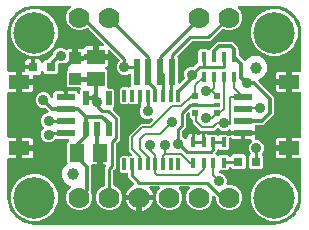
<source format=gbr>
G04 EAGLE Gerber RS-274X export*
G75*
%MOMM*%
%FSLAX34Y34*%
%LPD*%
%INTop Copper*%
%IPPOS*%
%AMOC8*
5,1,8,0,0,1.08239X$1,22.5*%
G01*
%ADD10R,1.240000X1.500000*%
%ADD11R,0.550000X1.200000*%
%ADD12R,1.500000X1.240000*%
%ADD13R,1.000000X1.075000*%
%ADD14R,0.450000X0.900000*%
%ADD15R,0.500000X0.500000*%
%ADD16R,0.500000X0.400000*%
%ADD17C,1.778000*%
%ADD18C,3.516000*%
%ADD19R,1.550000X0.600000*%
%ADD20R,1.800000X1.200000*%
%ADD21C,1.000000*%
%ADD22R,0.800000X0.800000*%
%ADD23R,0.304800X0.990600*%
%ADD24R,0.600000X2.300000*%
%ADD25C,0.906400*%
%ADD26C,0.304800*%
%ADD27C,0.203200*%
%ADD28C,0.254000*%
%ADD29C,0.406400*%
%ADD30C,0.889000*%

G36*
X228622Y2543D02*
X228622Y2543D01*
X228700Y2545D01*
X232077Y2810D01*
X232145Y2824D01*
X232214Y2829D01*
X232370Y2869D01*
X238794Y4956D01*
X238901Y5006D01*
X239012Y5050D01*
X239063Y5083D01*
X239082Y5091D01*
X239097Y5104D01*
X239148Y5136D01*
X244612Y9107D01*
X244699Y9188D01*
X244746Y9227D01*
X244752Y9231D01*
X244753Y9233D01*
X244791Y9264D01*
X244829Y9310D01*
X244844Y9324D01*
X244855Y9341D01*
X244893Y9387D01*
X246586Y11717D01*
X246599Y11741D01*
X246616Y11761D01*
X246675Y11879D01*
X246739Y11996D01*
X246746Y12022D01*
X246758Y12046D01*
X246785Y12174D01*
X246799Y12185D01*
X246823Y12196D01*
X246925Y12280D01*
X247031Y12361D01*
X247048Y12382D01*
X247068Y12399D01*
X247171Y12523D01*
X248864Y14852D01*
X248921Y14956D01*
X248985Y15056D01*
X249007Y15113D01*
X249017Y15131D01*
X249022Y15151D01*
X249044Y15206D01*
X251131Y21630D01*
X251144Y21698D01*
X251167Y21764D01*
X251190Y21923D01*
X251455Y25300D01*
X251455Y25304D01*
X251456Y25307D01*
X251455Y25326D01*
X251459Y25400D01*
X251459Y57440D01*
X251444Y57558D01*
X251437Y57677D01*
X251424Y57715D01*
X251419Y57756D01*
X251376Y57866D01*
X251339Y57979D01*
X251317Y58014D01*
X251302Y58051D01*
X251233Y58147D01*
X251169Y58248D01*
X251139Y58276D01*
X251116Y58309D01*
X251024Y58385D01*
X250937Y58466D01*
X250902Y58486D01*
X250871Y58511D01*
X250763Y58562D01*
X250659Y58620D01*
X250619Y58630D01*
X250583Y58647D01*
X250466Y58669D01*
X250351Y58699D01*
X250291Y58703D01*
X250271Y58707D01*
X250250Y58705D01*
X250190Y58709D01*
X243729Y58709D01*
X243729Y65980D01*
X243714Y66098D01*
X243707Y66217D01*
X243694Y66255D01*
X243689Y66295D01*
X243645Y66406D01*
X243609Y66519D01*
X243587Y66554D01*
X243572Y66591D01*
X243502Y66687D01*
X243439Y66788D01*
X243409Y66816D01*
X243385Y66848D01*
X243294Y66924D01*
X243207Y67006D01*
X243172Y67025D01*
X243140Y67051D01*
X243033Y67102D01*
X242929Y67159D01*
X242889Y67170D01*
X242853Y67187D01*
X242736Y67209D01*
X242621Y67239D01*
X242560Y67243D01*
X242540Y67247D01*
X242520Y67245D01*
X242460Y67249D01*
X241189Y67249D01*
X241189Y67251D01*
X242460Y67251D01*
X242578Y67266D01*
X242697Y67273D01*
X242735Y67286D01*
X242775Y67291D01*
X242886Y67335D01*
X242999Y67371D01*
X243034Y67393D01*
X243071Y67408D01*
X243167Y67478D01*
X243268Y67541D01*
X243296Y67571D01*
X243328Y67595D01*
X243404Y67686D01*
X243486Y67773D01*
X243505Y67808D01*
X243531Y67840D01*
X243582Y67947D01*
X243639Y68051D01*
X243650Y68091D01*
X243667Y68127D01*
X243689Y68244D01*
X243719Y68359D01*
X243723Y68420D01*
X243727Y68440D01*
X243726Y68456D01*
X243727Y68461D01*
X243726Y68471D01*
X243729Y68520D01*
X243729Y75791D01*
X250190Y75791D01*
X250308Y75806D01*
X250427Y75813D01*
X250465Y75826D01*
X250506Y75831D01*
X250616Y75874D01*
X250729Y75911D01*
X250764Y75933D01*
X250801Y75948D01*
X250898Y76018D01*
X250998Y76081D01*
X251026Y76111D01*
X251059Y76134D01*
X251135Y76226D01*
X251216Y76313D01*
X251236Y76348D01*
X251261Y76379D01*
X251312Y76487D01*
X251370Y76591D01*
X251380Y76630D01*
X251397Y76667D01*
X251419Y76784D01*
X251449Y76899D01*
X251453Y76959D01*
X251457Y76979D01*
X251455Y77000D01*
X251459Y77060D01*
X251459Y113440D01*
X251444Y113558D01*
X251437Y113677D01*
X251424Y113715D01*
X251419Y113756D01*
X251376Y113866D01*
X251339Y113979D01*
X251317Y114014D01*
X251302Y114051D01*
X251233Y114147D01*
X251169Y114248D01*
X251139Y114276D01*
X251116Y114309D01*
X251024Y114385D01*
X250937Y114466D01*
X250902Y114486D01*
X250871Y114511D01*
X250763Y114562D01*
X250659Y114620D01*
X250619Y114630D01*
X250583Y114647D01*
X250466Y114669D01*
X250351Y114699D01*
X250291Y114703D01*
X250271Y114707D01*
X250250Y114705D01*
X250190Y114709D01*
X243729Y114709D01*
X243729Y121980D01*
X243714Y122098D01*
X243707Y122217D01*
X243694Y122255D01*
X243689Y122295D01*
X243645Y122406D01*
X243609Y122519D01*
X243587Y122554D01*
X243572Y122591D01*
X243502Y122687D01*
X243439Y122788D01*
X243409Y122816D01*
X243385Y122848D01*
X243294Y122924D01*
X243207Y123006D01*
X243172Y123025D01*
X243140Y123051D01*
X243033Y123102D01*
X242929Y123159D01*
X242889Y123170D01*
X242853Y123187D01*
X242736Y123209D01*
X242621Y123239D01*
X242560Y123243D01*
X242540Y123247D01*
X242520Y123245D01*
X242460Y123249D01*
X241189Y123249D01*
X241189Y123251D01*
X242460Y123251D01*
X242578Y123266D01*
X242697Y123273D01*
X242735Y123286D01*
X242775Y123291D01*
X242886Y123335D01*
X242999Y123371D01*
X243034Y123393D01*
X243071Y123408D01*
X243167Y123478D01*
X243268Y123541D01*
X243296Y123571D01*
X243328Y123595D01*
X243404Y123686D01*
X243486Y123773D01*
X243505Y123808D01*
X243531Y123840D01*
X243582Y123947D01*
X243639Y124051D01*
X243650Y124091D01*
X243667Y124127D01*
X243689Y124244D01*
X243719Y124359D01*
X243723Y124420D01*
X243727Y124440D01*
X243725Y124460D01*
X243729Y124520D01*
X243729Y131791D01*
X250190Y131791D01*
X250308Y131806D01*
X250427Y131813D01*
X250465Y131826D01*
X250506Y131831D01*
X250616Y131874D01*
X250729Y131911D01*
X250764Y131933D01*
X250801Y131948D01*
X250898Y132018D01*
X250998Y132081D01*
X251026Y132111D01*
X251059Y132134D01*
X251135Y132226D01*
X251216Y132313D01*
X251236Y132348D01*
X251261Y132379D01*
X251312Y132487D01*
X251370Y132591D01*
X251380Y132630D01*
X251397Y132667D01*
X251419Y132784D01*
X251449Y132899D01*
X251453Y132959D01*
X251457Y132979D01*
X251455Y133000D01*
X251459Y133060D01*
X251459Y165100D01*
X251457Y165122D01*
X251455Y165200D01*
X251190Y168577D01*
X251176Y168645D01*
X251171Y168714D01*
X251131Y168870D01*
X249044Y175294D01*
X248993Y175401D01*
X248950Y175512D01*
X248917Y175563D01*
X248909Y175582D01*
X248896Y175597D01*
X248864Y175648D01*
X247171Y177978D01*
X247153Y177997D01*
X247139Y178020D01*
X247044Y178113D01*
X246953Y178209D01*
X246931Y178224D01*
X246912Y178242D01*
X246798Y178308D01*
X246792Y178324D01*
X246789Y178351D01*
X246740Y178475D01*
X246697Y178600D01*
X246682Y178622D01*
X246672Y178647D01*
X246586Y178783D01*
X244893Y181112D01*
X244812Y181199D01*
X244736Y181291D01*
X244690Y181329D01*
X244676Y181344D01*
X244658Y181355D01*
X244612Y181393D01*
X239148Y185364D01*
X239044Y185421D01*
X238944Y185485D01*
X238887Y185507D01*
X238869Y185517D01*
X238849Y185522D01*
X238794Y185544D01*
X232370Y187631D01*
X232302Y187644D01*
X232236Y187667D01*
X232077Y187690D01*
X228700Y187955D01*
X228678Y187954D01*
X228600Y187959D01*
X198852Y187959D01*
X198715Y187942D01*
X198576Y187929D01*
X198557Y187922D01*
X198536Y187919D01*
X198408Y187868D01*
X198276Y187821D01*
X198260Y187810D01*
X198241Y187802D01*
X198128Y187721D01*
X198013Y187643D01*
X198000Y187627D01*
X197983Y187616D01*
X197895Y187508D01*
X197803Y187404D01*
X197794Y187386D01*
X197781Y187371D01*
X197721Y187244D01*
X197658Y187121D01*
X197654Y187101D01*
X197645Y187083D01*
X197619Y186946D01*
X197589Y186811D01*
X197589Y186790D01*
X197585Y186771D01*
X197594Y186632D01*
X197598Y186493D01*
X197604Y186473D01*
X197605Y186453D01*
X197648Y186321D01*
X197687Y186187D01*
X197697Y186170D01*
X197703Y186151D01*
X197778Y186033D01*
X197848Y185913D01*
X197867Y185892D01*
X197873Y185882D01*
X197888Y185868D01*
X197955Y185793D01*
X199760Y183987D01*
X201423Y179973D01*
X201423Y175627D01*
X199760Y171613D01*
X196687Y168540D01*
X192673Y166877D01*
X188327Y166877D01*
X185328Y168119D01*
X185300Y168127D01*
X185274Y168141D01*
X185147Y168169D01*
X185022Y168203D01*
X184992Y168204D01*
X184963Y168210D01*
X184834Y168206D01*
X184704Y168208D01*
X184675Y168202D01*
X184645Y168201D01*
X184521Y168165D01*
X184394Y168134D01*
X184368Y168120D01*
X184340Y168112D01*
X184228Y168046D01*
X184113Y167986D01*
X184091Y167966D01*
X184066Y167951D01*
X183945Y167844D01*
X174088Y157987D01*
X159374Y157987D01*
X159276Y157975D01*
X159177Y157972D01*
X159118Y157955D01*
X159058Y157947D01*
X158966Y157911D01*
X158871Y157883D01*
X158819Y157853D01*
X158763Y157830D01*
X158683Y157772D01*
X158597Y157722D01*
X158522Y157656D01*
X158505Y157644D01*
X158497Y157634D01*
X158476Y157616D01*
X146905Y146044D01*
X146832Y145950D01*
X146753Y145861D01*
X146735Y145825D01*
X146710Y145793D01*
X146663Y145684D01*
X146609Y145578D01*
X146600Y145539D01*
X146584Y145501D01*
X146565Y145384D01*
X146539Y145268D01*
X146540Y145227D01*
X146534Y145187D01*
X146545Y145069D01*
X146549Y144950D01*
X146560Y144911D01*
X146564Y144871D01*
X146604Y144758D01*
X146637Y144644D01*
X146658Y144609D01*
X146672Y144571D01*
X146738Y144473D01*
X146799Y144370D01*
X146839Y144325D01*
X146850Y144308D01*
X146865Y144295D01*
X146905Y144249D01*
X147033Y144122D01*
X147033Y123096D01*
X147050Y122958D01*
X147051Y122951D01*
X147055Y122883D01*
X147058Y122873D01*
X147063Y122819D01*
X147070Y122800D01*
X147073Y122780D01*
X147124Y122651D01*
X147171Y122520D01*
X147182Y122503D01*
X147190Y122485D01*
X147271Y122372D01*
X147349Y122257D01*
X147365Y122244D01*
X147376Y122227D01*
X147484Y122138D01*
X147588Y122046D01*
X147606Y122037D01*
X147621Y122024D01*
X147747Y121965D01*
X147871Y121902D01*
X147891Y121897D01*
X147909Y121889D01*
X148045Y121863D01*
X148181Y121832D01*
X148202Y121833D01*
X148221Y121829D01*
X148360Y121838D01*
X148499Y121842D01*
X148519Y121848D01*
X148539Y121849D01*
X148671Y121892D01*
X148805Y121930D01*
X148822Y121941D01*
X148841Y121947D01*
X148936Y122007D01*
X148937Y122007D01*
X148939Y122009D01*
X148959Y122021D01*
X149079Y122092D01*
X149100Y122110D01*
X149110Y122117D01*
X149124Y122132D01*
X149199Y122198D01*
X152479Y125478D01*
X152497Y125501D01*
X152520Y125520D01*
X152594Y125626D01*
X152674Y125729D01*
X152686Y125756D01*
X152703Y125780D01*
X152749Y125902D01*
X152800Y126021D01*
X152805Y126050D01*
X152815Y126078D01*
X152830Y126207D01*
X152850Y126335D01*
X152847Y126364D01*
X152851Y126394D01*
X152832Y126522D01*
X152820Y126652D01*
X152810Y126679D01*
X152806Y126709D01*
X152754Y126861D01*
X152185Y128234D01*
X152185Y130846D01*
X153185Y133259D01*
X155031Y135105D01*
X157444Y136105D01*
X160040Y136105D01*
X160138Y136117D01*
X160237Y136120D01*
X160296Y136137D01*
X160356Y136145D01*
X160448Y136181D01*
X160543Y136209D01*
X160595Y136239D01*
X160651Y136262D01*
X160731Y136320D01*
X160817Y136370D01*
X160892Y136436D01*
X160909Y136448D01*
X160917Y136458D01*
X160938Y136476D01*
X161648Y137186D01*
X163956Y139494D01*
X164016Y139573D01*
X164084Y139645D01*
X164113Y139698D01*
X164150Y139746D01*
X164190Y139837D01*
X164238Y139923D01*
X164253Y139982D01*
X164277Y140037D01*
X164292Y140135D01*
X164317Y140231D01*
X164323Y140331D01*
X164327Y140351D01*
X164325Y140364D01*
X164327Y140392D01*
X164327Y149732D01*
X165518Y150923D01*
X171702Y150923D01*
X171886Y150738D01*
X171996Y150653D01*
X172103Y150564D01*
X172122Y150556D01*
X172138Y150543D01*
X172266Y150488D01*
X172391Y150429D01*
X172411Y150425D01*
X172430Y150417D01*
X172568Y150395D01*
X172704Y150369D01*
X172724Y150370D01*
X172744Y150367D01*
X172883Y150380D01*
X173021Y150389D01*
X173040Y150395D01*
X173060Y150397D01*
X173191Y150444D01*
X173323Y150487D01*
X173341Y150498D01*
X173360Y150504D01*
X173474Y150582D01*
X173592Y150657D01*
X173606Y150672D01*
X173623Y150683D01*
X173715Y150787D01*
X173810Y150889D01*
X173820Y150906D01*
X173833Y150921D01*
X173835Y150925D01*
X180137Y157227D01*
X193243Y157227D01*
X198167Y152303D01*
X198167Y150984D01*
X198179Y150886D01*
X198182Y150787D01*
X198199Y150728D01*
X198207Y150668D01*
X198243Y150576D01*
X198271Y150481D01*
X198301Y150429D01*
X198324Y150373D01*
X198382Y150292D01*
X198432Y150207D01*
X198498Y150132D01*
X198510Y150115D01*
X198520Y150107D01*
X198538Y150086D01*
X198893Y149732D01*
X198893Y145663D01*
X198905Y145565D01*
X198908Y145466D01*
X198925Y145408D01*
X198933Y145347D01*
X198969Y145255D01*
X198997Y145160D01*
X199027Y145108D01*
X199050Y145052D01*
X199108Y144972D01*
X199158Y144886D01*
X199224Y144811D01*
X199236Y144794D01*
X199246Y144787D01*
X199264Y144765D01*
X201761Y142268D01*
X201762Y142268D01*
X202852Y141178D01*
X202951Y141101D01*
X203047Y141019D01*
X203077Y141003D01*
X203103Y140983D01*
X203219Y140933D01*
X203331Y140877D01*
X203364Y140870D01*
X203395Y140856D01*
X203519Y140837D01*
X203642Y140811D01*
X203676Y140812D01*
X203709Y140807D01*
X203835Y140818D01*
X203960Y140824D01*
X203992Y140833D01*
X204026Y140836D01*
X204144Y140879D01*
X204265Y140915D01*
X204294Y140933D01*
X204325Y140944D01*
X204429Y141015D01*
X204537Y141080D01*
X204561Y141104D01*
X204588Y141123D01*
X204672Y141217D01*
X204760Y141307D01*
X204787Y141347D01*
X204799Y141361D01*
X204809Y141380D01*
X204849Y141441D01*
X205468Y142512D01*
X210069Y145169D01*
X215381Y145169D01*
X219982Y142512D01*
X222639Y137911D01*
X222639Y132599D01*
X219982Y127998D01*
X215747Y125552D01*
X215647Y125477D01*
X215543Y125406D01*
X215521Y125381D01*
X215494Y125360D01*
X215416Y125262D01*
X215332Y125167D01*
X215317Y125137D01*
X215296Y125111D01*
X215245Y124996D01*
X215188Y124884D01*
X215181Y124851D01*
X215167Y124820D01*
X215146Y124696D01*
X215118Y124574D01*
X215119Y124540D01*
X215114Y124507D01*
X215124Y124382D01*
X215128Y124256D01*
X215137Y124224D01*
X215140Y124190D01*
X215181Y124071D01*
X215216Y123951D01*
X215233Y123922D01*
X215244Y123890D01*
X215314Y123785D01*
X215378Y123677D01*
X215410Y123640D01*
X215420Y123625D01*
X215436Y123610D01*
X215484Y123556D01*
X228347Y110693D01*
X228347Y95762D01*
X219278Y86693D01*
X213084Y86693D01*
X212953Y86677D01*
X212821Y86666D01*
X212795Y86657D01*
X212769Y86653D01*
X212646Y86605D01*
X212521Y86561D01*
X212498Y86546D01*
X212473Y86536D01*
X212366Y86459D01*
X212256Y86385D01*
X212238Y86365D01*
X212216Y86350D01*
X212131Y86247D01*
X212043Y86149D01*
X212030Y86125D01*
X212013Y86105D01*
X211956Y85985D01*
X211895Y85868D01*
X211889Y85841D01*
X211877Y85817D01*
X211852Y85687D01*
X211822Y85558D01*
X211823Y85531D01*
X211818Y85505D01*
X211826Y85373D01*
X211828Y85240D01*
X211836Y85214D01*
X211837Y85187D01*
X211878Y85061D01*
X211914Y84934D01*
X211931Y84899D01*
X211935Y84885D01*
X211947Y84866D01*
X211985Y84789D01*
X212308Y84231D01*
X212481Y83584D01*
X212481Y81749D01*
X202420Y81749D01*
X202302Y81734D01*
X202183Y81727D01*
X202176Y81725D01*
X202120Y81739D01*
X202060Y81743D01*
X202040Y81747D01*
X202020Y81745D01*
X201960Y81749D01*
X191899Y81749D01*
X191899Y81769D01*
X191893Y81819D01*
X191895Y81868D01*
X191873Y81976D01*
X191859Y82085D01*
X191841Y82131D01*
X191831Y82180D01*
X191783Y82278D01*
X191742Y82381D01*
X191713Y82421D01*
X191691Y82465D01*
X191620Y82549D01*
X191556Y82638D01*
X191517Y82670D01*
X191485Y82707D01*
X191395Y82771D01*
X191311Y82841D01*
X191266Y82862D01*
X191225Y82890D01*
X191122Y82929D01*
X191023Y82976D01*
X190974Y82986D01*
X190928Y83003D01*
X190818Y83015D01*
X190711Y83036D01*
X190661Y83033D01*
X190612Y83038D01*
X190503Y83023D01*
X190393Y83016D01*
X190346Y83001D01*
X190297Y82994D01*
X190144Y82942D01*
X187512Y81852D01*
X184901Y81852D01*
X182488Y82851D01*
X181443Y83896D01*
X181349Y83969D01*
X181259Y84048D01*
X181223Y84066D01*
X181191Y84091D01*
X181082Y84138D01*
X180976Y84193D01*
X180937Y84201D01*
X180900Y84217D01*
X180782Y84236D01*
X180666Y84262D01*
X180626Y84261D01*
X180586Y84267D01*
X180467Y84256D01*
X180348Y84253D01*
X180309Y84241D01*
X180269Y84238D01*
X180157Y84197D01*
X180043Y84164D01*
X180008Y84144D01*
X179970Y84130D01*
X179871Y84063D01*
X179769Y84003D01*
X179723Y83963D01*
X179707Y83951D01*
X179693Y83936D01*
X179648Y83896D01*
X177579Y81827D01*
X166481Y81827D01*
X159401Y88907D01*
X159401Y90838D01*
X159386Y90956D01*
X159379Y91075D01*
X159366Y91113D01*
X159361Y91154D01*
X159318Y91264D01*
X159281Y91377D01*
X159259Y91412D01*
X159244Y91449D01*
X159175Y91545D01*
X159111Y91646D01*
X159081Y91674D01*
X159058Y91707D01*
X158966Y91783D01*
X158879Y91864D01*
X158844Y91884D01*
X158813Y91909D01*
X158705Y91960D01*
X158601Y92018D01*
X158561Y92028D01*
X158545Y92036D01*
X157282Y93298D01*
X157282Y96207D01*
X157265Y96345D01*
X157252Y96484D01*
X157245Y96503D01*
X157242Y96523D01*
X157191Y96652D01*
X157144Y96783D01*
X157133Y96800D01*
X157125Y96818D01*
X157044Y96931D01*
X156966Y97046D01*
X156950Y97059D01*
X156939Y97076D01*
X156831Y97165D01*
X156727Y97257D01*
X156709Y97266D01*
X156694Y97279D01*
X156568Y97338D01*
X156444Y97401D01*
X156424Y97406D01*
X156406Y97414D01*
X156269Y97440D01*
X156134Y97471D01*
X156113Y97470D01*
X156094Y97474D01*
X155955Y97465D01*
X155816Y97461D01*
X155796Y97455D01*
X155776Y97454D01*
X155644Y97411D01*
X155510Y97373D01*
X155493Y97362D01*
X155474Y97356D01*
X155356Y97282D01*
X155236Y97211D01*
X155215Y97193D01*
X155205Y97186D01*
X155191Y97171D01*
X155116Y97105D01*
X154169Y96159D01*
X154109Y96081D01*
X154041Y96008D01*
X154012Y95955D01*
X153975Y95907D01*
X153935Y95817D01*
X153887Y95730D01*
X153872Y95671D01*
X153848Y95616D01*
X153833Y95518D01*
X153808Y95422D01*
X153802Y95322D01*
X153798Y95301D01*
X153800Y95289D01*
X153798Y95261D01*
X153798Y84992D01*
X150994Y82189D01*
X150934Y82110D01*
X150866Y82038D01*
X150837Y81985D01*
X150800Y81937D01*
X150760Y81846D01*
X150712Y81760D01*
X150697Y81701D01*
X150673Y81646D01*
X150658Y81548D01*
X150633Y81452D01*
X150627Y81352D01*
X150623Y81331D01*
X150625Y81319D01*
X150623Y81291D01*
X150623Y77627D01*
X150635Y77529D01*
X150638Y77430D01*
X150655Y77372D01*
X150663Y77311D01*
X150699Y77219D01*
X150727Y77124D01*
X150757Y77072D01*
X150780Y77016D01*
X150838Y76936D01*
X150888Y76850D01*
X150954Y76775D01*
X150966Y76758D01*
X150976Y76751D01*
X150994Y76729D01*
X152763Y74961D01*
X152872Y74876D01*
X152979Y74788D01*
X152998Y74779D01*
X153014Y74766D01*
X153142Y74711D01*
X153267Y74652D01*
X153287Y74648D01*
X153306Y74640D01*
X153444Y74618D01*
X153580Y74592D01*
X153600Y74593D01*
X153620Y74590D01*
X153759Y74603D01*
X153897Y74612D01*
X153916Y74618D01*
X153936Y74620D01*
X154068Y74667D01*
X154199Y74710D01*
X154217Y74721D01*
X154236Y74728D01*
X154351Y74806D01*
X154468Y74880D01*
X154482Y74895D01*
X154499Y74906D01*
X154591Y75011D01*
X154686Y75112D01*
X154696Y75129D01*
X154709Y75145D01*
X154773Y75269D01*
X154840Y75390D01*
X154845Y75410D01*
X154854Y75428D01*
X154884Y75564D01*
X154919Y75698D01*
X154921Y75726D01*
X154924Y75738D01*
X154923Y75759D01*
X154929Y75859D01*
X154929Y76834D01*
X155102Y77481D01*
X155437Y78060D01*
X155910Y78533D01*
X156489Y78868D01*
X157136Y79041D01*
X158451Y79041D01*
X158451Y72000D01*
X158466Y71882D01*
X158473Y71763D01*
X158485Y71725D01*
X158490Y71685D01*
X158534Y71574D01*
X158571Y71461D01*
X158593Y71427D01*
X158607Y71389D01*
X158677Y71293D01*
X158741Y71192D01*
X158742Y71192D01*
X158771Y71164D01*
X158794Y71132D01*
X158795Y71131D01*
X158887Y71055D01*
X158973Y70974D01*
X159009Y70954D01*
X159040Y70928D01*
X159147Y70878D01*
X159252Y70820D01*
X159291Y70810D01*
X159327Y70793D01*
X159444Y70771D01*
X159560Y70741D01*
X159620Y70737D01*
X159640Y70733D01*
X159660Y70734D01*
X159720Y70731D01*
X168720Y70731D01*
X168838Y70746D01*
X168957Y70753D01*
X168995Y70765D01*
X169035Y70770D01*
X169146Y70814D01*
X169259Y70851D01*
X169293Y70873D01*
X169331Y70887D01*
X169427Y70957D01*
X169528Y71021D01*
X169556Y71051D01*
X169588Y71074D01*
X169589Y71075D01*
X169665Y71166D01*
X169672Y71174D01*
X169746Y71253D01*
X169766Y71289D01*
X169792Y71320D01*
X169842Y71427D01*
X169900Y71532D01*
X169910Y71571D01*
X169927Y71607D01*
X169949Y71724D01*
X169979Y71840D01*
X169983Y71900D01*
X169987Y71920D01*
X169986Y71940D01*
X169989Y72000D01*
X169989Y79041D01*
X171304Y79041D01*
X171951Y78868D01*
X172383Y78618D01*
X172486Y78575D01*
X172587Y78523D01*
X172633Y78513D01*
X172676Y78495D01*
X172787Y78478D01*
X172897Y78454D01*
X172944Y78455D01*
X172991Y78448D01*
X173102Y78460D01*
X173215Y78463D01*
X173260Y78477D01*
X173307Y78481D01*
X173412Y78521D01*
X173454Y78533D01*
X179812Y78533D01*
X180322Y78022D01*
X180416Y77949D01*
X180506Y77870D01*
X180542Y77852D01*
X180574Y77827D01*
X180683Y77780D01*
X180789Y77726D01*
X180828Y77717D01*
X180866Y77701D01*
X180983Y77682D01*
X181099Y77656D01*
X181140Y77657D01*
X181180Y77651D01*
X181298Y77662D01*
X181417Y77666D01*
X181456Y77677D01*
X181496Y77681D01*
X181608Y77721D01*
X181723Y77754D01*
X181758Y77775D01*
X181796Y77788D01*
X181894Y77855D01*
X181997Y77916D01*
X182042Y77956D01*
X182059Y77967D01*
X182072Y77982D01*
X182117Y78022D01*
X182628Y78533D01*
X188812Y78533D01*
X189733Y77612D01*
X189842Y77527D01*
X189949Y77438D01*
X189968Y77430D01*
X189984Y77417D01*
X190111Y77362D01*
X190237Y77303D01*
X190257Y77299D01*
X190276Y77291D01*
X190414Y77269D01*
X190550Y77243D01*
X190570Y77244D01*
X190590Y77241D01*
X190729Y77254D01*
X190867Y77263D01*
X190886Y77269D01*
X190906Y77271D01*
X191038Y77318D01*
X191169Y77361D01*
X191187Y77372D01*
X191206Y77378D01*
X191321Y77457D01*
X191438Y77531D01*
X191452Y77546D01*
X191469Y77557D01*
X191561Y77661D01*
X191656Y77763D01*
X191666Y77780D01*
X191679Y77795D01*
X191743Y77920D01*
X191810Y78041D01*
X191815Y78061D01*
X191824Y78079D01*
X191854Y78215D01*
X191889Y78349D01*
X191891Y78377D01*
X191894Y78389D01*
X191893Y78409D01*
X191899Y78510D01*
X191899Y78751D01*
X200691Y78751D01*
X200691Y74709D01*
X194106Y74709D01*
X193459Y74882D01*
X192880Y75217D01*
X192407Y75690D01*
X192371Y75752D01*
X192283Y75868D01*
X192198Y75986D01*
X192187Y75994D01*
X192179Y76005D01*
X192065Y76095D01*
X191953Y76189D01*
X191940Y76194D01*
X191930Y76203D01*
X191796Y76262D01*
X191665Y76324D01*
X191652Y76327D01*
X191639Y76332D01*
X191495Y76357D01*
X191352Y76384D01*
X191339Y76383D01*
X191326Y76385D01*
X191180Y76373D01*
X191035Y76364D01*
X191022Y76360D01*
X191009Y76359D01*
X190871Y76311D01*
X190733Y76266D01*
X190721Y76259D01*
X190708Y76255D01*
X190587Y76174D01*
X190464Y76096D01*
X190455Y76086D01*
X190443Y76079D01*
X190346Y75971D01*
X190246Y75864D01*
X190239Y75853D01*
X190230Y75843D01*
X190163Y75714D01*
X190092Y75586D01*
X190089Y75573D01*
X190083Y75561D01*
X190049Y75419D01*
X190013Y75278D01*
X190012Y75260D01*
X190010Y75251D01*
X190010Y75234D01*
X190003Y75117D01*
X190003Y66658D01*
X188812Y65467D01*
X182628Y65467D01*
X182189Y65906D01*
X182080Y65991D01*
X181973Y66080D01*
X181954Y66088D01*
X181938Y66101D01*
X181810Y66156D01*
X181685Y66215D01*
X181665Y66219D01*
X181646Y66227D01*
X181508Y66249D01*
X181372Y66275D01*
X181352Y66274D01*
X181332Y66277D01*
X181193Y66264D01*
X181055Y66255D01*
X181036Y66249D01*
X181016Y66247D01*
X180885Y66200D01*
X180753Y66157D01*
X180735Y66146D01*
X180716Y66140D01*
X180602Y66062D01*
X180484Y65987D01*
X180470Y65972D01*
X180453Y65961D01*
X180361Y65857D01*
X180266Y65755D01*
X180256Y65738D01*
X180243Y65723D01*
X180180Y65599D01*
X180112Y65477D01*
X180107Y65457D01*
X180098Y65439D01*
X180068Y65303D01*
X180033Y65169D01*
X180031Y65141D01*
X180028Y65129D01*
X180029Y65109D01*
X180023Y65008D01*
X180023Y64862D01*
X178860Y63699D01*
X178775Y63590D01*
X178686Y63483D01*
X178678Y63464D01*
X178665Y63448D01*
X178610Y63321D01*
X178551Y63195D01*
X178547Y63175D01*
X178539Y63156D01*
X178517Y63018D01*
X178491Y62882D01*
X178492Y62862D01*
X178489Y62842D01*
X178502Y62703D01*
X178511Y62565D01*
X178517Y62546D01*
X178519Y62526D01*
X178566Y62394D01*
X178609Y62263D01*
X178620Y62245D01*
X178627Y62226D01*
X178705Y62111D01*
X178779Y61994D01*
X178794Y61980D01*
X178805Y61963D01*
X178909Y61871D01*
X179011Y61776D01*
X179028Y61766D01*
X179044Y61753D01*
X179168Y61689D01*
X179289Y61622D01*
X179309Y61617D01*
X179327Y61608D01*
X179463Y61578D01*
X179597Y61543D01*
X179625Y61541D01*
X179637Y61538D01*
X179658Y61539D01*
X179758Y61533D01*
X179812Y61533D01*
X180322Y61022D01*
X180416Y60949D01*
X180506Y60870D01*
X180542Y60852D01*
X180574Y60827D01*
X180683Y60780D01*
X180789Y60726D01*
X180828Y60717D01*
X180866Y60701D01*
X180983Y60682D01*
X181099Y60656D01*
X181140Y60657D01*
X181180Y60651D01*
X181298Y60662D01*
X181417Y60666D01*
X181456Y60677D01*
X181496Y60681D01*
X181608Y60721D01*
X181723Y60754D01*
X181758Y60775D01*
X181796Y60788D01*
X181894Y60855D01*
X181997Y60916D01*
X182042Y60956D01*
X182059Y60967D01*
X182072Y60982D01*
X182117Y61022D01*
X182628Y61533D01*
X188812Y61533D01*
X190041Y60304D01*
X190150Y60219D01*
X190257Y60130D01*
X190276Y60122D01*
X190292Y60109D01*
X190420Y60054D01*
X190545Y59995D01*
X190565Y59991D01*
X190584Y59983D01*
X190722Y59961D01*
X190858Y59935D01*
X190878Y59936D01*
X190898Y59933D01*
X191037Y59946D01*
X191175Y59955D01*
X191194Y59961D01*
X191214Y59963D01*
X191346Y60010D01*
X191477Y60053D01*
X191495Y60064D01*
X191514Y60070D01*
X191629Y60149D01*
X191746Y60223D01*
X191760Y60238D01*
X191777Y60249D01*
X191869Y60353D01*
X191964Y60455D01*
X191974Y60472D01*
X191987Y60487D01*
X192002Y60517D01*
X193398Y61913D01*
X203082Y61913D01*
X204273Y60722D01*
X204273Y51038D01*
X203082Y49847D01*
X193398Y49847D01*
X192169Y51076D01*
X192060Y51161D01*
X191953Y51250D01*
X191934Y51258D01*
X191918Y51271D01*
X191790Y51326D01*
X191665Y51385D01*
X191645Y51389D01*
X191626Y51397D01*
X191488Y51419D01*
X191352Y51445D01*
X191332Y51444D01*
X191312Y51447D01*
X191173Y51434D01*
X191035Y51425D01*
X191016Y51419D01*
X190996Y51417D01*
X190864Y51370D01*
X190733Y51327D01*
X190715Y51316D01*
X190696Y51310D01*
X190581Y51231D01*
X190464Y51157D01*
X190450Y51142D01*
X190433Y51131D01*
X190341Y51027D01*
X190246Y50925D01*
X190236Y50908D01*
X190223Y50893D01*
X190159Y50768D01*
X190092Y50647D01*
X190087Y50627D01*
X190078Y50609D01*
X190048Y50473D01*
X190013Y50339D01*
X190011Y50311D01*
X190008Y50299D01*
X190009Y50279D01*
X190003Y50178D01*
X190003Y49658D01*
X188812Y48467D01*
X183262Y48467D01*
X183193Y48459D01*
X183123Y48460D01*
X183035Y48439D01*
X182946Y48427D01*
X182881Y48402D01*
X182814Y48385D01*
X182734Y48343D01*
X182651Y48310D01*
X182594Y48269D01*
X182532Y48237D01*
X182466Y48176D01*
X182393Y48124D01*
X182349Y48070D01*
X182297Y48023D01*
X182248Y47948D01*
X182191Y47879D01*
X182161Y47815D01*
X182122Y47757D01*
X182093Y47672D01*
X182055Y47591D01*
X182042Y47522D01*
X182019Y47456D01*
X182012Y47367D01*
X181995Y47279D01*
X182000Y47209D01*
X181994Y47139D01*
X182009Y47051D01*
X182015Y46961D01*
X182036Y46895D01*
X182048Y46826D01*
X182085Y46744D01*
X182113Y46659D01*
X182150Y46600D01*
X182179Y46536D01*
X182235Y46466D01*
X182283Y46390D01*
X182334Y46342D01*
X182378Y46288D01*
X182449Y46233D01*
X182515Y46172D01*
X182576Y46138D01*
X182632Y46096D01*
X182776Y46025D01*
X185279Y44989D01*
X187102Y43166D01*
X188088Y40786D01*
X188088Y38208D01*
X188034Y38078D01*
X188020Y38030D01*
X187999Y37985D01*
X187979Y37877D01*
X187950Y37771D01*
X187949Y37721D01*
X187939Y37672D01*
X187946Y37563D01*
X187945Y37453D01*
X187956Y37405D01*
X187959Y37355D01*
X187993Y37251D01*
X188019Y37144D01*
X188042Y37100D01*
X188057Y37053D01*
X188116Y36960D01*
X188167Y36863D01*
X188201Y36826D01*
X188227Y36784D01*
X188308Y36708D01*
X188381Y36627D01*
X188423Y36600D01*
X188459Y36566D01*
X188555Y36513D01*
X188647Y36453D01*
X188694Y36436D01*
X188738Y36412D01*
X188844Y36385D01*
X188948Y36349D01*
X188997Y36345D01*
X189045Y36333D01*
X189206Y36323D01*
X192673Y36323D01*
X196687Y34660D01*
X199760Y31587D01*
X201423Y27573D01*
X201423Y23227D01*
X199760Y19213D01*
X196687Y16140D01*
X192673Y14477D01*
X188327Y14477D01*
X184313Y16140D01*
X181240Y19213D01*
X179577Y23227D01*
X179577Y24776D01*
X179565Y24874D01*
X179562Y24973D01*
X179545Y25032D01*
X179537Y25092D01*
X179501Y25184D01*
X179473Y25279D01*
X179443Y25331D01*
X179420Y25387D01*
X179362Y25467D01*
X179312Y25553D01*
X179246Y25628D01*
X179234Y25645D01*
X179224Y25653D01*
X179206Y25674D01*
X178189Y26690D01*
X178080Y26775D01*
X177973Y26864D01*
X177954Y26872D01*
X177938Y26885D01*
X177810Y26940D01*
X177685Y26999D01*
X177665Y27003D01*
X177646Y27011D01*
X177508Y27033D01*
X177372Y27059D01*
X177352Y27058D01*
X177332Y27061D01*
X177193Y27048D01*
X177055Y27039D01*
X177036Y27033D01*
X177016Y27031D01*
X176884Y26984D01*
X176753Y26941D01*
X176735Y26930D01*
X176716Y26923D01*
X176601Y26845D01*
X176484Y26771D01*
X176470Y26756D01*
X176453Y26745D01*
X176361Y26641D01*
X176266Y26539D01*
X176256Y26522D01*
X176243Y26506D01*
X176179Y26383D01*
X176112Y26261D01*
X176107Y26241D01*
X176098Y26223D01*
X176068Y26087D01*
X176033Y25953D01*
X176031Y25925D01*
X176028Y25913D01*
X176029Y25892D01*
X176023Y25792D01*
X176023Y23227D01*
X174360Y19213D01*
X171287Y16140D01*
X167273Y14477D01*
X162927Y14477D01*
X158913Y16140D01*
X155840Y19213D01*
X154177Y23227D01*
X154177Y27573D01*
X155840Y31587D01*
X156883Y32631D01*
X156968Y32740D01*
X157057Y32847D01*
X157066Y32866D01*
X157078Y32882D01*
X157134Y33009D01*
X157193Y33135D01*
X157197Y33155D01*
X157205Y33174D01*
X157227Y33312D01*
X157253Y33448D01*
X157251Y33468D01*
X157255Y33488D01*
X157242Y33627D01*
X157233Y33765D01*
X157227Y33784D01*
X157225Y33804D01*
X157178Y33936D01*
X157135Y34067D01*
X157124Y34085D01*
X157117Y34104D01*
X157039Y34219D01*
X156965Y34336D01*
X156950Y34350D01*
X156939Y34367D01*
X156835Y34459D01*
X156733Y34554D01*
X156715Y34564D01*
X156700Y34577D01*
X156576Y34640D01*
X156455Y34708D01*
X156435Y34713D01*
X156417Y34722D01*
X156281Y34752D01*
X156147Y34787D01*
X156119Y34789D01*
X156107Y34792D01*
X156086Y34791D01*
X155986Y34797D01*
X148814Y34797D01*
X148676Y34780D01*
X148538Y34767D01*
X148519Y34760D01*
X148498Y34757D01*
X148369Y34706D01*
X148238Y34659D01*
X148222Y34648D01*
X148203Y34640D01*
X148091Y34559D01*
X147975Y34481D01*
X147962Y34465D01*
X147945Y34454D01*
X147857Y34346D01*
X147765Y34242D01*
X147756Y34224D01*
X147743Y34209D01*
X147683Y34083D01*
X147620Y33959D01*
X147616Y33939D01*
X147607Y33921D01*
X147581Y33784D01*
X147551Y33649D01*
X147551Y33628D01*
X147547Y33609D01*
X147556Y33470D01*
X147560Y33331D01*
X147566Y33311D01*
X147567Y33291D01*
X147610Y33159D01*
X147649Y33025D01*
X147659Y33008D01*
X147665Y32989D01*
X147740Y32871D01*
X147810Y32751D01*
X147829Y32730D01*
X147835Y32720D01*
X147850Y32706D01*
X147917Y32631D01*
X148960Y31587D01*
X150623Y27573D01*
X150623Y23227D01*
X148960Y19213D01*
X145887Y16140D01*
X141873Y14477D01*
X137527Y14477D01*
X133513Y16140D01*
X130440Y19213D01*
X128777Y23227D01*
X128777Y27573D01*
X130440Y31587D01*
X131483Y32631D01*
X131568Y32740D01*
X131657Y32847D01*
X131666Y32866D01*
X131678Y32882D01*
X131734Y33009D01*
X131793Y33135D01*
X131797Y33155D01*
X131805Y33174D01*
X131827Y33312D01*
X131853Y33448D01*
X131851Y33468D01*
X131855Y33488D01*
X131842Y33627D01*
X131833Y33765D01*
X131827Y33784D01*
X131825Y33804D01*
X131778Y33936D01*
X131735Y34067D01*
X131724Y34085D01*
X131717Y34104D01*
X131639Y34219D01*
X131565Y34336D01*
X131550Y34350D01*
X131539Y34367D01*
X131435Y34459D01*
X131333Y34554D01*
X131315Y34564D01*
X131300Y34577D01*
X131176Y34640D01*
X131055Y34708D01*
X131035Y34713D01*
X131017Y34722D01*
X130881Y34752D01*
X130747Y34787D01*
X130719Y34789D01*
X130707Y34792D01*
X130686Y34791D01*
X130586Y34797D01*
X124093Y34797D01*
X124053Y34792D01*
X124013Y34795D01*
X123896Y34772D01*
X123777Y34757D01*
X123740Y34743D01*
X123701Y34735D01*
X123593Y34684D01*
X123481Y34640D01*
X123449Y34617D01*
X123413Y34600D01*
X123321Y34524D01*
X123224Y34454D01*
X123199Y34423D01*
X123168Y34398D01*
X123098Y34301D01*
X123021Y34209D01*
X123004Y34173D01*
X122981Y34140D01*
X122937Y34029D01*
X122886Y33921D01*
X122878Y33882D01*
X122864Y33845D01*
X122848Y33726D01*
X122826Y33609D01*
X122828Y33569D01*
X122823Y33529D01*
X122838Y33411D01*
X122846Y33291D01*
X122858Y33253D01*
X122863Y33214D01*
X122907Y33102D01*
X122944Y32989D01*
X122965Y32955D01*
X122980Y32918D01*
X123066Y32782D01*
X124076Y31391D01*
X124893Y29788D01*
X125449Y28077D01*
X125477Y27899D01*
X115530Y27899D01*
X115412Y27884D01*
X115293Y27877D01*
X115255Y27864D01*
X115215Y27859D01*
X115104Y27816D01*
X114991Y27779D01*
X114957Y27757D01*
X114919Y27742D01*
X114823Y27673D01*
X114722Y27609D01*
X114694Y27579D01*
X114662Y27556D01*
X114586Y27464D01*
X114504Y27377D01*
X114485Y27342D01*
X114459Y27311D01*
X114408Y27203D01*
X114351Y27099D01*
X114341Y27059D01*
X114323Y27023D01*
X114303Y26916D01*
X114299Y26946D01*
X114255Y27056D01*
X114219Y27169D01*
X114197Y27204D01*
X114182Y27241D01*
X114112Y27337D01*
X114049Y27438D01*
X114019Y27466D01*
X113995Y27499D01*
X113904Y27575D01*
X113817Y27656D01*
X113782Y27676D01*
X113750Y27701D01*
X113643Y27752D01*
X113538Y27810D01*
X113499Y27820D01*
X113463Y27837D01*
X113346Y27859D01*
X113230Y27889D01*
X113170Y27893D01*
X113150Y27897D01*
X113130Y27895D01*
X113070Y27899D01*
X103123Y27899D01*
X103151Y28077D01*
X103707Y29788D01*
X104523Y31391D01*
X105581Y32847D01*
X106853Y34119D01*
X108309Y35177D01*
X109563Y35815D01*
X109563Y35816D01*
X109564Y35816D01*
X109682Y35896D01*
X109826Y35994D01*
X109827Y35994D01*
X109827Y35995D01*
X109930Y36111D01*
X110037Y36233D01*
X110097Y36351D01*
X110181Y36516D01*
X110182Y36516D01*
X110215Y36666D01*
X110251Y36826D01*
X110251Y36827D01*
X110247Y36952D01*
X110241Y37144D01*
X110241Y37145D01*
X110205Y37269D01*
X110153Y37449D01*
X110153Y37450D01*
X110074Y37583D01*
X109991Y37723D01*
X109991Y37724D01*
X109990Y37725D01*
X109885Y37844D01*
X104907Y42822D01*
X104907Y45117D01*
X104892Y45235D01*
X104885Y45354D01*
X104872Y45392D01*
X104867Y45433D01*
X104824Y45543D01*
X104787Y45656D01*
X104765Y45691D01*
X104750Y45728D01*
X104681Y45824D01*
X104617Y45925D01*
X104587Y45953D01*
X104564Y45986D01*
X104472Y46062D01*
X104385Y46143D01*
X104350Y46163D01*
X104319Y46188D01*
X104211Y46239D01*
X104107Y46297D01*
X104067Y46307D01*
X104031Y46324D01*
X103914Y46346D01*
X103799Y46376D01*
X103739Y46380D01*
X103719Y46384D01*
X103698Y46382D01*
X103638Y46386D01*
X99344Y46386D01*
X98153Y47577D01*
X98153Y59167D01*
X99344Y60358D01*
X104080Y60358D01*
X104157Y60298D01*
X104246Y60219D01*
X104282Y60201D01*
X104314Y60176D01*
X104423Y60129D01*
X104529Y60075D01*
X104569Y60066D01*
X104606Y60050D01*
X104723Y60031D01*
X104839Y60005D01*
X104880Y60006D01*
X104920Y60000D01*
X105038Y60011D01*
X105157Y60015D01*
X105196Y60026D01*
X105236Y60030D01*
X105349Y60070D01*
X105463Y60103D01*
X105497Y60124D01*
X105536Y60137D01*
X105634Y60204D01*
X105737Y60265D01*
X105782Y60305D01*
X105799Y60316D01*
X105812Y60331D01*
X105842Y60358D01*
X106698Y60358D01*
X106836Y60375D01*
X106975Y60388D01*
X106994Y60395D01*
X107014Y60398D01*
X107143Y60449D01*
X107274Y60496D01*
X107291Y60507D01*
X107310Y60515D01*
X107422Y60596D01*
X107537Y60674D01*
X107551Y60690D01*
X107567Y60701D01*
X107656Y60809D01*
X107748Y60913D01*
X107757Y60931D01*
X107770Y60946D01*
X107829Y61072D01*
X107892Y61196D01*
X107897Y61216D01*
X107905Y61234D01*
X107931Y61370D01*
X107962Y61506D01*
X107961Y61527D01*
X107965Y61546D01*
X107957Y61685D01*
X107952Y61824D01*
X107947Y61844D01*
X107945Y61864D01*
X107903Y61996D01*
X107864Y62130D01*
X107854Y62147D01*
X107847Y62166D01*
X107773Y62284D01*
X107702Y62404D01*
X107684Y62425D01*
X107677Y62435D01*
X107662Y62449D01*
X107596Y62524D01*
X105311Y64809D01*
X105311Y77873D01*
X115457Y88019D01*
X122561Y88019D01*
X122660Y88031D01*
X122759Y88034D01*
X122817Y88051D01*
X122877Y88059D01*
X122969Y88095D01*
X123064Y88123D01*
X123116Y88153D01*
X123173Y88176D01*
X123253Y88234D01*
X123338Y88284D01*
X123413Y88350D01*
X123430Y88362D01*
X123438Y88372D01*
X123459Y88390D01*
X125484Y90416D01*
X125527Y90471D01*
X125577Y90519D01*
X125624Y90596D01*
X125679Y90667D01*
X125707Y90731D01*
X125743Y90790D01*
X125770Y90876D01*
X125805Y90959D01*
X125816Y91028D01*
X125837Y91094D01*
X125841Y91184D01*
X125855Y91273D01*
X125849Y91343D01*
X125852Y91412D01*
X125834Y91500D01*
X125825Y91589D01*
X125802Y91655D01*
X125788Y91724D01*
X125748Y91804D01*
X125718Y91889D01*
X125679Y91947D01*
X125648Y92009D01*
X125590Y92078D01*
X125539Y92152D01*
X125487Y92198D01*
X125442Y92251D01*
X125368Y92303D01*
X125301Y92362D01*
X125239Y92394D01*
X125182Y92434D01*
X125098Y92466D01*
X125018Y92507D01*
X124949Y92522D01*
X124884Y92547D01*
X124795Y92557D01*
X124707Y92577D01*
X124638Y92575D01*
X124568Y92582D01*
X124479Y92570D01*
X124389Y92567D01*
X124322Y92548D01*
X124253Y92538D01*
X124101Y92486D01*
X122591Y91860D01*
X119979Y91860D01*
X117566Y92860D01*
X115720Y94706D01*
X114720Y97119D01*
X114720Y99731D01*
X115738Y102189D01*
X115817Y102284D01*
X115826Y102303D01*
X115838Y102319D01*
X115894Y102447D01*
X115953Y102572D01*
X115957Y102592D01*
X115965Y102610D01*
X115987Y102748D01*
X116013Y102885D01*
X116012Y102905D01*
X116015Y102925D01*
X116002Y103063D01*
X115993Y103202D01*
X115987Y103221D01*
X115985Y103241D01*
X115979Y103257D01*
X115979Y111728D01*
X115964Y111846D01*
X115957Y111965D01*
X115945Y112003D01*
X115940Y112043D01*
X115896Y112154D01*
X115859Y112267D01*
X115837Y112301D01*
X115823Y112339D01*
X115753Y112435D01*
X115689Y112536D01*
X115659Y112564D01*
X115636Y112596D01*
X115544Y112672D01*
X115457Y112754D01*
X115422Y112773D01*
X115391Y112799D01*
X115283Y112850D01*
X115179Y112907D01*
X115140Y112917D01*
X115103Y112935D01*
X114986Y112957D01*
X114871Y112987D01*
X114811Y112991D01*
X114791Y112994D01*
X114790Y112994D01*
X114770Y112993D01*
X114710Y112997D01*
X114592Y112982D01*
X114473Y112975D01*
X114434Y112962D01*
X114394Y112957D01*
X114284Y112913D01*
X114170Y112877D01*
X114136Y112855D01*
X114099Y112840D01*
X114002Y112770D01*
X113902Y112706D01*
X113874Y112677D01*
X113841Y112653D01*
X113765Y112561D01*
X113684Y112475D01*
X113664Y112439D01*
X113638Y112408D01*
X113588Y112301D01*
X113530Y112196D01*
X113520Y112157D01*
X113503Y112121D01*
X113481Y112004D01*
X113451Y111888D01*
X113447Y111828D01*
X113443Y111808D01*
X113444Y111788D01*
X113444Y111781D01*
X113443Y111777D01*
X113443Y111772D01*
X113441Y111728D01*
X113441Y104234D01*
X112852Y104234D01*
X112205Y104407D01*
X111804Y104639D01*
X111700Y104683D01*
X111600Y104734D01*
X111554Y104744D01*
X111510Y104763D01*
X111399Y104779D01*
X111289Y104804D01*
X111242Y104802D01*
X111196Y104809D01*
X111084Y104797D01*
X110971Y104794D01*
X110926Y104781D01*
X110879Y104776D01*
X110789Y104742D01*
X105840Y104742D01*
X105763Y104802D01*
X105674Y104881D01*
X105638Y104899D01*
X105606Y104924D01*
X105497Y104971D01*
X105391Y105025D01*
X105351Y105034D01*
X105314Y105050D01*
X105197Y105069D01*
X105081Y105095D01*
X105040Y105094D01*
X105000Y105100D01*
X104882Y105089D01*
X104763Y105085D01*
X104724Y105074D01*
X104684Y105070D01*
X104571Y105030D01*
X104457Y104997D01*
X104423Y104976D01*
X104384Y104963D01*
X104286Y104896D01*
X104183Y104835D01*
X104138Y104795D01*
X104121Y104784D01*
X104108Y104769D01*
X104078Y104742D01*
X99344Y104742D01*
X98153Y105933D01*
X98153Y117523D01*
X99344Y118714D01*
X104080Y118714D01*
X104157Y118654D01*
X104246Y118575D01*
X104282Y118557D01*
X104314Y118532D01*
X104423Y118485D01*
X104529Y118431D01*
X104569Y118422D01*
X104606Y118406D01*
X104723Y118387D01*
X104839Y118361D01*
X104880Y118362D01*
X104920Y118356D01*
X105039Y118367D01*
X105157Y118371D01*
X105196Y118382D01*
X105236Y118386D01*
X105348Y118426D01*
X105463Y118459D01*
X105498Y118480D01*
X105536Y118493D01*
X105634Y118560D01*
X105737Y118621D01*
X105782Y118661D01*
X105799Y118672D01*
X105812Y118687D01*
X105858Y118727D01*
X105862Y118731D01*
X105935Y118736D01*
X105973Y118749D01*
X106014Y118754D01*
X106124Y118797D01*
X106237Y118834D01*
X106272Y118856D01*
X106309Y118871D01*
X106405Y118940D01*
X106506Y119004D01*
X106534Y119034D01*
X106567Y119057D01*
X106643Y119149D01*
X106724Y119236D01*
X106744Y119271D01*
X106769Y119302D01*
X106820Y119410D01*
X106878Y119514D01*
X106888Y119554D01*
X106905Y119590D01*
X106927Y119707D01*
X106957Y119822D01*
X106961Y119882D01*
X106965Y119902D01*
X106963Y119923D01*
X106967Y119983D01*
X106967Y129108D01*
X106961Y129157D01*
X106963Y129207D01*
X106941Y129314D01*
X106927Y129424D01*
X106909Y129470D01*
X106899Y129518D01*
X106851Y129617D01*
X106810Y129719D01*
X106781Y129759D01*
X106759Y129804D01*
X106688Y129888D01*
X106624Y129977D01*
X106585Y130008D01*
X106553Y130046D01*
X106463Y130109D01*
X106379Y130179D01*
X106334Y130201D01*
X106293Y130229D01*
X106190Y130268D01*
X106091Y130315D01*
X106042Y130324D01*
X105996Y130342D01*
X105886Y130354D01*
X105779Y130375D01*
X105729Y130372D01*
X105680Y130377D01*
X105571Y130362D01*
X105461Y130355D01*
X105414Y130340D01*
X105365Y130333D01*
X105212Y130281D01*
X102906Y129325D01*
X100294Y129325D01*
X97881Y130325D01*
X96035Y132171D01*
X95035Y134584D01*
X95035Y137196D01*
X96035Y139609D01*
X97218Y140792D01*
X97291Y140886D01*
X97369Y140975D01*
X97388Y141011D01*
X97413Y141043D01*
X97460Y141152D01*
X97514Y141258D01*
X97523Y141298D01*
X97539Y141335D01*
X97558Y141452D01*
X97584Y141568D01*
X97582Y141609D01*
X97589Y141649D01*
X97578Y141767D01*
X97574Y141886D01*
X97563Y141925D01*
X97559Y141965D01*
X97519Y142078D01*
X97486Y142192D01*
X97465Y142227D01*
X97451Y142265D01*
X97385Y142363D01*
X97324Y142466D01*
X97284Y142511D01*
X97273Y142528D01*
X97258Y142541D01*
X97218Y142587D01*
X89677Y150127D01*
X89568Y150212D01*
X89461Y150301D01*
X89442Y150309D01*
X89426Y150322D01*
X89298Y150377D01*
X89173Y150436D01*
X89153Y150440D01*
X89134Y150448D01*
X88996Y150470D01*
X88860Y150496D01*
X88840Y150495D01*
X88820Y150498D01*
X88681Y150485D01*
X88543Y150476D01*
X88524Y150470D01*
X88504Y150468D01*
X88372Y150421D01*
X88241Y150378D01*
X88223Y150367D01*
X88204Y150360D01*
X88089Y150282D01*
X87972Y150208D01*
X87958Y150193D01*
X87941Y150182D01*
X87849Y150078D01*
X87754Y149976D01*
X87744Y149959D01*
X87731Y149943D01*
X87667Y149820D01*
X87600Y149698D01*
X87595Y149678D01*
X87586Y149660D01*
X87556Y149524D01*
X87521Y149390D01*
X87519Y149362D01*
X87516Y149350D01*
X87517Y149329D01*
X87511Y149229D01*
X87511Y147294D01*
X80009Y147294D01*
X80009Y153496D01*
X83244Y153496D01*
X83382Y153513D01*
X83521Y153526D01*
X83540Y153533D01*
X83560Y153536D01*
X83689Y153587D01*
X83820Y153634D01*
X83837Y153645D01*
X83855Y153653D01*
X83968Y153734D01*
X84083Y153812D01*
X84096Y153828D01*
X84113Y153839D01*
X84202Y153947D01*
X84294Y154051D01*
X84303Y154069D01*
X84316Y154084D01*
X84375Y154210D01*
X84438Y154334D01*
X84443Y154354D01*
X84451Y154372D01*
X84477Y154508D01*
X84508Y154644D01*
X84507Y154665D01*
X84511Y154684D01*
X84502Y154823D01*
X84498Y154962D01*
X84492Y154982D01*
X84491Y155002D01*
X84448Y155134D01*
X84410Y155268D01*
X84399Y155285D01*
X84393Y155304D01*
X84319Y155422D01*
X84248Y155542D01*
X84230Y155563D01*
X84223Y155573D01*
X84208Y155587D01*
X84142Y155662D01*
X71373Y168431D01*
X71279Y168504D01*
X71190Y168583D01*
X71154Y168601D01*
X71122Y168626D01*
X71012Y168673D01*
X70906Y168728D01*
X70867Y168736D01*
X70830Y168752D01*
X70712Y168771D01*
X70596Y168797D01*
X70556Y168796D01*
X70516Y168802D01*
X70397Y168791D01*
X70278Y168787D01*
X70240Y168776D01*
X70199Y168772D01*
X70087Y168732D01*
X69973Y168699D01*
X69938Y168678D01*
X69900Y168665D01*
X69801Y168598D01*
X69742Y168563D01*
X65673Y166877D01*
X61327Y166877D01*
X57313Y168540D01*
X54240Y171613D01*
X52577Y175627D01*
X52577Y179973D01*
X54240Y183987D01*
X56045Y185793D01*
X56131Y185902D01*
X56219Y186009D01*
X56228Y186028D01*
X56240Y186044D01*
X56296Y186172D01*
X56355Y186297D01*
X56359Y186317D01*
X56367Y186336D01*
X56389Y186474D01*
X56415Y186610D01*
X56413Y186630D01*
X56417Y186650D01*
X56404Y186789D01*
X56395Y186927D01*
X56389Y186946D01*
X56387Y186966D01*
X56340Y187098D01*
X56297Y187229D01*
X56286Y187247D01*
X56279Y187266D01*
X56201Y187381D01*
X56127Y187498D01*
X56112Y187512D01*
X56101Y187529D01*
X55996Y187621D01*
X55895Y187716D01*
X55877Y187726D01*
X55862Y187739D01*
X55738Y187803D01*
X55617Y187870D01*
X55597Y187875D01*
X55579Y187884D01*
X55443Y187914D01*
X55309Y187949D01*
X55281Y187951D01*
X55269Y187954D01*
X55248Y187953D01*
X55148Y187959D01*
X25400Y187959D01*
X25378Y187957D01*
X25300Y187955D01*
X21923Y187690D01*
X21855Y187676D01*
X21786Y187671D01*
X21630Y187631D01*
X18892Y186741D01*
X18867Y186730D01*
X18841Y186724D01*
X18724Y186662D01*
X18604Y186606D01*
X18583Y186589D01*
X18560Y186577D01*
X18462Y186489D01*
X18445Y186488D01*
X18418Y186493D01*
X18286Y186485D01*
X18153Y186483D01*
X18128Y186475D01*
X18101Y186474D01*
X17945Y186434D01*
X15206Y185544D01*
X15099Y185494D01*
X14988Y185450D01*
X14937Y185417D01*
X14918Y185409D01*
X14903Y185396D01*
X14852Y185364D01*
X9388Y181393D01*
X9301Y181312D01*
X9209Y181236D01*
X9171Y181190D01*
X9156Y181176D01*
X9145Y181158D01*
X9107Y181112D01*
X5136Y175648D01*
X5079Y175544D01*
X5015Y175444D01*
X4993Y175387D01*
X4983Y175369D01*
X4978Y175349D01*
X4956Y175294D01*
X2869Y168870D01*
X2856Y168802D01*
X2833Y168736D01*
X2810Y168577D01*
X2545Y165200D01*
X2546Y165178D01*
X2541Y165100D01*
X2541Y133060D01*
X2556Y132942D01*
X2563Y132823D01*
X2576Y132785D01*
X2581Y132744D01*
X2624Y132634D01*
X2661Y132521D01*
X2683Y132486D01*
X2698Y132449D01*
X2768Y132352D01*
X2831Y132252D01*
X2861Y132224D01*
X2884Y132191D01*
X2976Y132115D01*
X3063Y132034D01*
X3098Y132014D01*
X3129Y131989D01*
X3237Y131938D01*
X3341Y131880D01*
X3381Y131870D01*
X3417Y131853D01*
X3534Y131831D01*
X3649Y131801D01*
X3709Y131797D01*
X3729Y131793D01*
X3750Y131795D01*
X3810Y131791D01*
X10271Y131791D01*
X10271Y124520D01*
X10286Y124402D01*
X10293Y124283D01*
X10306Y124245D01*
X10311Y124205D01*
X10354Y124094D01*
X10391Y123981D01*
X10413Y123946D01*
X10428Y123909D01*
X10498Y123813D01*
X10561Y123712D01*
X10591Y123684D01*
X10615Y123652D01*
X10706Y123576D01*
X10793Y123494D01*
X10828Y123475D01*
X10859Y123449D01*
X10967Y123398D01*
X11071Y123341D01*
X11111Y123330D01*
X11147Y123313D01*
X11264Y123291D01*
X11379Y123261D01*
X11440Y123257D01*
X11460Y123253D01*
X11480Y123255D01*
X11540Y123251D01*
X12811Y123251D01*
X12811Y123249D01*
X11540Y123249D01*
X11422Y123234D01*
X11303Y123227D01*
X11265Y123214D01*
X11225Y123209D01*
X11114Y123165D01*
X11001Y123129D01*
X10966Y123107D01*
X10929Y123092D01*
X10833Y123022D01*
X10732Y122959D01*
X10704Y122929D01*
X10671Y122905D01*
X10596Y122814D01*
X10514Y122727D01*
X10494Y122692D01*
X10469Y122660D01*
X10418Y122553D01*
X10360Y122449D01*
X10350Y122409D01*
X10333Y122373D01*
X10311Y122256D01*
X10281Y122141D01*
X10277Y122080D01*
X10273Y122060D01*
X10275Y122040D01*
X10271Y121980D01*
X10271Y114709D01*
X3810Y114709D01*
X3692Y114694D01*
X3573Y114687D01*
X3535Y114674D01*
X3494Y114669D01*
X3384Y114626D01*
X3271Y114589D01*
X3236Y114567D01*
X3199Y114552D01*
X3103Y114483D01*
X3002Y114419D01*
X2974Y114389D01*
X2941Y114366D01*
X2865Y114274D01*
X2784Y114187D01*
X2764Y114152D01*
X2739Y114121D01*
X2688Y114013D01*
X2630Y113909D01*
X2620Y113869D01*
X2603Y113833D01*
X2581Y113716D01*
X2551Y113601D01*
X2547Y113541D01*
X2543Y113521D01*
X2545Y113500D01*
X2541Y113440D01*
X2541Y77060D01*
X2556Y76942D01*
X2563Y76823D01*
X2576Y76785D01*
X2581Y76744D01*
X2624Y76634D01*
X2661Y76521D01*
X2683Y76486D01*
X2698Y76449D01*
X2768Y76352D01*
X2831Y76252D01*
X2861Y76224D01*
X2884Y76191D01*
X2976Y76115D01*
X3063Y76034D01*
X3098Y76014D01*
X3129Y75989D01*
X3237Y75938D01*
X3341Y75880D01*
X3381Y75870D01*
X3417Y75853D01*
X3534Y75831D01*
X3649Y75801D01*
X3709Y75797D01*
X3729Y75793D01*
X3750Y75795D01*
X3810Y75791D01*
X10271Y75791D01*
X10271Y68520D01*
X10286Y68402D01*
X10293Y68283D01*
X10306Y68245D01*
X10311Y68205D01*
X10354Y68094D01*
X10391Y67981D01*
X10413Y67946D01*
X10428Y67909D01*
X10498Y67813D01*
X10561Y67712D01*
X10591Y67684D01*
X10615Y67652D01*
X10706Y67576D01*
X10793Y67494D01*
X10828Y67475D01*
X10859Y67449D01*
X10967Y67398D01*
X11071Y67341D01*
X11111Y67330D01*
X11147Y67313D01*
X11264Y67291D01*
X11379Y67261D01*
X11440Y67257D01*
X11460Y67253D01*
X11480Y67255D01*
X11540Y67251D01*
X12811Y67251D01*
X12811Y67249D01*
X11540Y67249D01*
X11422Y67234D01*
X11303Y67227D01*
X11265Y67214D01*
X11225Y67209D01*
X11114Y67165D01*
X11001Y67129D01*
X10966Y67107D01*
X10929Y67092D01*
X10833Y67022D01*
X10732Y66959D01*
X10704Y66929D01*
X10671Y66905D01*
X10596Y66814D01*
X10514Y66727D01*
X10494Y66692D01*
X10469Y66660D01*
X10418Y66553D01*
X10360Y66449D01*
X10350Y66409D01*
X10333Y66373D01*
X10311Y66256D01*
X10281Y66141D01*
X10277Y66080D01*
X10273Y66060D01*
X10275Y66040D01*
X10271Y65980D01*
X10271Y58709D01*
X3810Y58709D01*
X3692Y58694D01*
X3573Y58687D01*
X3535Y58674D01*
X3494Y58669D01*
X3384Y58626D01*
X3271Y58589D01*
X3236Y58567D01*
X3199Y58552D01*
X3103Y58483D01*
X3002Y58419D01*
X2974Y58389D01*
X2941Y58366D01*
X2865Y58274D01*
X2784Y58187D01*
X2764Y58152D01*
X2739Y58121D01*
X2688Y58013D01*
X2630Y57909D01*
X2620Y57869D01*
X2603Y57833D01*
X2581Y57716D01*
X2551Y57601D01*
X2547Y57541D01*
X2543Y57521D01*
X2545Y57500D01*
X2541Y57440D01*
X2541Y25400D01*
X2543Y25378D01*
X2545Y25300D01*
X2810Y21923D01*
X2824Y21855D01*
X2829Y21786D01*
X2869Y21630D01*
X4956Y15206D01*
X5006Y15099D01*
X5050Y14988D01*
X5083Y14937D01*
X5091Y14918D01*
X5104Y14903D01*
X5136Y14852D01*
X9107Y9388D01*
X9127Y9366D01*
X9138Y9348D01*
X9184Y9305D01*
X9188Y9301D01*
X9264Y9209D01*
X9310Y9171D01*
X9324Y9156D01*
X9342Y9145D01*
X9388Y9107D01*
X14852Y5136D01*
X14956Y5079D01*
X15056Y5015D01*
X15113Y4993D01*
X15131Y4983D01*
X15151Y4978D01*
X15206Y4956D01*
X17945Y4066D01*
X17971Y4061D01*
X17996Y4051D01*
X18127Y4031D01*
X18257Y4007D01*
X18284Y4008D01*
X18310Y4004D01*
X18441Y4018D01*
X18455Y4008D01*
X18474Y3989D01*
X18586Y3917D01*
X18694Y3842D01*
X18719Y3832D01*
X18742Y3818D01*
X18892Y3759D01*
X21630Y2869D01*
X21698Y2856D01*
X21764Y2833D01*
X21923Y2810D01*
X25300Y2545D01*
X25322Y2546D01*
X25400Y2541D01*
X228600Y2541D01*
X228622Y2543D01*
G37*
%LPC*%
G36*
X61327Y14477D02*
X61327Y14477D01*
X57313Y16140D01*
X54240Y19213D01*
X52577Y23227D01*
X52577Y27573D01*
X54240Y31587D01*
X55900Y33247D01*
X55977Y33347D01*
X56060Y33442D01*
X56075Y33472D01*
X56095Y33499D01*
X56145Y33614D01*
X56201Y33727D01*
X56208Y33760D01*
X56222Y33791D01*
X56241Y33915D01*
X56268Y34038D01*
X56266Y34071D01*
X56271Y34105D01*
X56260Y34230D01*
X56255Y34355D01*
X56245Y34388D01*
X56242Y34421D01*
X56199Y34540D01*
X56163Y34660D01*
X56145Y34689D01*
X56134Y34721D01*
X56063Y34825D01*
X55998Y34932D01*
X55974Y34956D01*
X55955Y34984D01*
X55861Y35067D01*
X55772Y35155D01*
X55731Y35182D01*
X55717Y35194D01*
X55698Y35204D01*
X55637Y35244D01*
X51163Y37828D01*
X48506Y42429D01*
X48506Y47741D01*
X51163Y52342D01*
X52926Y53360D01*
X53025Y53436D01*
X53130Y53507D01*
X53152Y53532D01*
X53179Y53552D01*
X53257Y53651D01*
X53340Y53745D01*
X53355Y53775D01*
X53376Y53802D01*
X53428Y53917D01*
X53485Y54028D01*
X53492Y54061D01*
X53506Y54092D01*
X53527Y54216D01*
X53554Y54339D01*
X53553Y54372D01*
X53559Y54406D01*
X53549Y54531D01*
X53545Y54657D01*
X53535Y54689D01*
X53533Y54723D01*
X53491Y54842D01*
X53456Y54962D01*
X53439Y54991D01*
X53428Y55023D01*
X53387Y55085D01*
X53387Y71842D01*
X54596Y73051D01*
X54681Y73160D01*
X54770Y73267D01*
X54778Y73286D01*
X54791Y73302D01*
X54846Y73430D01*
X54905Y73555D01*
X54909Y73575D01*
X54917Y73594D01*
X54939Y73732D01*
X54965Y73868D01*
X54964Y73888D01*
X54967Y73908D01*
X54954Y74047D01*
X54945Y74185D01*
X54939Y74204D01*
X54937Y74224D01*
X54890Y74356D01*
X54847Y74487D01*
X54836Y74505D01*
X54830Y74524D01*
X54751Y74639D01*
X54677Y74756D01*
X54662Y74770D01*
X54651Y74787D01*
X54547Y74879D01*
X54445Y74974D01*
X54428Y74984D01*
X54413Y74997D01*
X54288Y75061D01*
X54167Y75128D01*
X54147Y75133D01*
X54129Y75142D01*
X53993Y75172D01*
X53859Y75207D01*
X53831Y75209D01*
X53819Y75212D01*
X53799Y75211D01*
X53698Y75217D01*
X43752Y75217D01*
X43654Y75205D01*
X43555Y75202D01*
X43497Y75185D01*
X43436Y75177D01*
X43344Y75141D01*
X43249Y75113D01*
X43197Y75083D01*
X43141Y75060D01*
X43061Y75002D01*
X42975Y74952D01*
X42900Y74886D01*
X42883Y74874D01*
X42876Y74864D01*
X42854Y74846D01*
X41184Y73175D01*
X38771Y72175D01*
X36159Y72175D01*
X33746Y73175D01*
X31900Y75021D01*
X30900Y77434D01*
X30900Y80046D01*
X31900Y82459D01*
X32999Y83558D01*
X33072Y83652D01*
X33150Y83741D01*
X33169Y83777D01*
X33194Y83809D01*
X33241Y83918D01*
X33295Y84024D01*
X33304Y84063D01*
X33320Y84101D01*
X33339Y84218D01*
X33365Y84334D01*
X33363Y84375D01*
X33370Y84415D01*
X33359Y84533D01*
X33355Y84652D01*
X33344Y84691D01*
X33340Y84731D01*
X33300Y84843D01*
X33267Y84958D01*
X33246Y84993D01*
X33232Y85031D01*
X33165Y85129D01*
X33105Y85232D01*
X33065Y85277D01*
X33054Y85294D01*
X33038Y85307D01*
X32999Y85353D01*
X31900Y86451D01*
X30900Y88864D01*
X30900Y91476D01*
X31900Y93889D01*
X33746Y95735D01*
X36167Y96738D01*
X36279Y96752D01*
X36417Y96765D01*
X36437Y96772D01*
X36457Y96775D01*
X36586Y96826D01*
X36717Y96873D01*
X36734Y96884D01*
X36752Y96892D01*
X36865Y96973D01*
X36980Y97051D01*
X36993Y97067D01*
X37010Y97078D01*
X37098Y97186D01*
X37190Y97290D01*
X37200Y97308D01*
X37212Y97323D01*
X37272Y97449D01*
X37335Y97573D01*
X37339Y97593D01*
X37348Y97611D01*
X37374Y97747D01*
X37405Y97883D01*
X37404Y97904D01*
X37408Y97923D01*
X37399Y98062D01*
X37395Y98201D01*
X37389Y98221D01*
X37388Y98241D01*
X37345Y98373D01*
X37307Y98507D01*
X37296Y98524D01*
X37290Y98543D01*
X37215Y98661D01*
X37145Y98781D01*
X37126Y98802D01*
X37120Y98812D01*
X37105Y98826D01*
X37039Y98901D01*
X34927Y101014D01*
X34848Y101074D01*
X34776Y101142D01*
X34723Y101171D01*
X34675Y101208D01*
X34584Y101248D01*
X34498Y101296D01*
X34439Y101311D01*
X34383Y101335D01*
X34285Y101350D01*
X34190Y101375D01*
X34090Y101381D01*
X34069Y101385D01*
X34057Y101383D01*
X34029Y101385D01*
X31714Y101385D01*
X29301Y102385D01*
X27455Y104231D01*
X26455Y106644D01*
X26455Y109256D01*
X27455Y111669D01*
X29301Y113515D01*
X31714Y114515D01*
X34326Y114515D01*
X36739Y113515D01*
X38585Y111669D01*
X39077Y110481D01*
X39112Y110420D01*
X39138Y110355D01*
X39190Y110282D01*
X39235Y110204D01*
X39283Y110154D01*
X39324Y110098D01*
X39394Y110040D01*
X39456Y109976D01*
X39516Y109940D01*
X39569Y109895D01*
X39651Y109857D01*
X39727Y109810D01*
X39794Y109789D01*
X39857Y109759D01*
X39945Y109743D01*
X40031Y109716D01*
X40101Y109713D01*
X40170Y109700D01*
X40259Y109705D01*
X40349Y109701D01*
X40417Y109715D01*
X40487Y109719D01*
X40572Y109747D01*
X40660Y109765D01*
X40723Y109796D01*
X40789Y109817D01*
X40865Y109865D01*
X40946Y109905D01*
X40999Y109950D01*
X41058Y109988D01*
X41120Y110053D01*
X41188Y110111D01*
X41228Y110168D01*
X41276Y110219D01*
X41319Y110298D01*
X41371Y110371D01*
X41396Y110437D01*
X41430Y110498D01*
X41452Y110585D01*
X41484Y110669D01*
X41492Y110738D01*
X41509Y110806D01*
X41519Y110966D01*
X41519Y113584D01*
X41692Y114231D01*
X42027Y114810D01*
X42500Y115283D01*
X43079Y115618D01*
X43726Y115791D01*
X50311Y115791D01*
X50311Y110480D01*
X50326Y110362D01*
X50333Y110243D01*
X50345Y110205D01*
X50351Y110165D01*
X50394Y110054D01*
X50431Y109941D01*
X50453Y109907D01*
X50468Y109869D01*
X50537Y109773D01*
X50601Y109672D01*
X50631Y109644D01*
X50654Y109612D01*
X50746Y109536D01*
X50833Y109454D01*
X50868Y109435D01*
X50899Y109409D01*
X51007Y109358D01*
X51111Y109301D01*
X51151Y109291D01*
X51187Y109273D01*
X51304Y109251D01*
X51419Y109221D01*
X51479Y109217D01*
X51499Y109214D01*
X51520Y109215D01*
X51580Y109211D01*
X52040Y109211D01*
X52158Y109226D01*
X52277Y109233D01*
X52315Y109246D01*
X52356Y109251D01*
X52466Y109295D01*
X52579Y109331D01*
X52614Y109353D01*
X52651Y109368D01*
X52747Y109438D01*
X52848Y109501D01*
X52876Y109531D01*
X52909Y109555D01*
X52985Y109646D01*
X53066Y109733D01*
X53086Y109768D01*
X53111Y109800D01*
X53162Y109907D01*
X53220Y110012D01*
X53230Y110051D01*
X53247Y110087D01*
X53269Y110204D01*
X53299Y110320D01*
X53303Y110380D01*
X53307Y110400D01*
X53305Y110420D01*
X53309Y110480D01*
X53309Y115791D01*
X59894Y115791D01*
X60541Y115618D01*
X61120Y115283D01*
X61593Y114810D01*
X61928Y114231D01*
X61962Y114102D01*
X62020Y113960D01*
X62076Y113819D01*
X62080Y113814D01*
X62082Y113808D01*
X62173Y113686D01*
X62262Y113562D01*
X62268Y113558D01*
X62272Y113552D01*
X62390Y113457D01*
X62507Y113359D01*
X62513Y113356D01*
X62519Y113352D01*
X62659Y113288D01*
X62795Y113224D01*
X62802Y113222D01*
X62808Y113220D01*
X62959Y113192D01*
X63108Y113164D01*
X63114Y113164D01*
X63121Y113163D01*
X63273Y113174D01*
X63425Y113184D01*
X63431Y113186D01*
X63438Y113186D01*
X63582Y113235D01*
X63727Y113282D01*
X63733Y113285D01*
X63739Y113287D01*
X63868Y113370D01*
X63996Y113452D01*
X64001Y113457D01*
X64006Y113460D01*
X64109Y113572D01*
X64214Y113683D01*
X64217Y113689D01*
X64222Y113694D01*
X64294Y113829D01*
X64368Y113962D01*
X64369Y113968D01*
X64372Y113974D01*
X64409Y114124D01*
X64447Y114270D01*
X64448Y114279D01*
X64449Y114283D01*
X64449Y114294D01*
X64457Y114431D01*
X64457Y116363D01*
X64640Y116545D01*
X64725Y116655D01*
X64814Y116762D01*
X64822Y116781D01*
X64835Y116797D01*
X64890Y116925D01*
X64949Y117050D01*
X64953Y117070D01*
X64961Y117089D01*
X64983Y117227D01*
X65009Y117363D01*
X65008Y117383D01*
X65011Y117403D01*
X64998Y117542D01*
X64989Y117680D01*
X64983Y117699D01*
X64981Y117719D01*
X64934Y117850D01*
X64891Y117982D01*
X64880Y118000D01*
X64874Y118019D01*
X64796Y118133D01*
X64721Y118251D01*
X64706Y118265D01*
X64695Y118282D01*
X64591Y118374D01*
X64489Y118469D01*
X64472Y118479D01*
X64457Y118492D01*
X64333Y118555D01*
X64211Y118623D01*
X64191Y118628D01*
X64173Y118637D01*
X64037Y118667D01*
X63903Y118702D01*
X63875Y118704D01*
X63863Y118707D01*
X63843Y118706D01*
X63742Y118712D01*
X53848Y118712D01*
X52657Y119903D01*
X52657Y132337D01*
X53800Y133480D01*
X53877Y133579D01*
X53960Y133674D01*
X53975Y133705D01*
X53995Y133731D01*
X54045Y133847D01*
X54101Y133959D01*
X54108Y133992D01*
X54122Y134023D01*
X54141Y134147D01*
X54168Y134270D01*
X54166Y134304D01*
X54171Y134337D01*
X54160Y134463D01*
X54154Y134588D01*
X54145Y134620D01*
X54142Y134654D01*
X54099Y134772D01*
X54063Y134893D01*
X54045Y134921D01*
X54034Y134953D01*
X53963Y135057D01*
X53898Y135165D01*
X53874Y135188D01*
X53855Y135216D01*
X53761Y135300D01*
X53671Y135388D01*
X53631Y135414D01*
X53617Y135427D01*
X53598Y135437D01*
X53537Y135477D01*
X53130Y135712D01*
X52657Y136185D01*
X52322Y136764D01*
X52149Y137411D01*
X52149Y138378D01*
X52143Y138427D01*
X52145Y138477D01*
X52129Y138557D01*
X52127Y138587D01*
X52120Y138608D01*
X52109Y138694D01*
X52091Y138740D01*
X52081Y138788D01*
X52033Y138887D01*
X51992Y138989D01*
X51963Y139029D01*
X51941Y139074D01*
X51870Y139158D01*
X51806Y139247D01*
X51767Y139278D01*
X51735Y139316D01*
X51645Y139379D01*
X51561Y139449D01*
X51516Y139471D01*
X51475Y139499D01*
X51372Y139538D01*
X51273Y139585D01*
X51224Y139594D01*
X51178Y139612D01*
X51068Y139624D01*
X50961Y139645D01*
X50911Y139642D01*
X50862Y139647D01*
X50753Y139632D01*
X50643Y139625D01*
X50596Y139610D01*
X50547Y139603D01*
X50394Y139551D01*
X48913Y138937D01*
X46552Y138937D01*
X46434Y138922D01*
X46315Y138915D01*
X46277Y138902D01*
X46236Y138897D01*
X46126Y138854D01*
X46013Y138817D01*
X45978Y138795D01*
X45941Y138780D01*
X45845Y138711D01*
X45744Y138647D01*
X45716Y138617D01*
X45683Y138594D01*
X45607Y138502D01*
X45526Y138415D01*
X45506Y138380D01*
X45481Y138349D01*
X45430Y138241D01*
X45372Y138137D01*
X45362Y138097D01*
X45345Y138061D01*
X45323Y137944D01*
X45293Y137829D01*
X45289Y137769D01*
X45285Y137749D01*
X45287Y137728D01*
X45283Y137668D01*
X45283Y131048D01*
X44092Y129857D01*
X34408Y129857D01*
X33206Y131059D01*
X33198Y131122D01*
X33181Y131273D01*
X33178Y131279D01*
X33177Y131286D01*
X33121Y131428D01*
X33067Y131570D01*
X33063Y131576D01*
X33060Y131582D01*
X32971Y131705D01*
X32883Y131829D01*
X32877Y131834D01*
X32874Y131839D01*
X32756Y131936D01*
X32640Y132035D01*
X32634Y132038D01*
X32629Y132042D01*
X32491Y132107D01*
X32354Y132173D01*
X32347Y132175D01*
X32341Y132178D01*
X32193Y132206D01*
X32042Y132236D01*
X32035Y132236D01*
X32029Y132237D01*
X31878Y132228D01*
X31724Y132220D01*
X31718Y132218D01*
X31711Y132218D01*
X31567Y132171D01*
X31421Y132125D01*
X31415Y132122D01*
X31409Y132120D01*
X31280Y132038D01*
X31150Y131958D01*
X31146Y131953D01*
X31140Y131949D01*
X31035Y131838D01*
X30930Y131729D01*
X30927Y131723D01*
X30922Y131718D01*
X30848Y131584D01*
X30773Y131452D01*
X30771Y131443D01*
X30768Y131439D01*
X30766Y131429D01*
X30722Y131299D01*
X30618Y130909D01*
X30283Y130330D01*
X29810Y129857D01*
X29231Y129522D01*
X28584Y129349D01*
X25620Y129349D01*
X25502Y129334D01*
X25383Y129327D01*
X25345Y129314D01*
X25304Y129309D01*
X25194Y129266D01*
X25081Y129229D01*
X25046Y129207D01*
X25009Y129192D01*
X24913Y129123D01*
X24812Y129059D01*
X24784Y129029D01*
X24751Y129006D01*
X24675Y128914D01*
X24594Y128827D01*
X24574Y128792D01*
X24549Y128761D01*
X24498Y128653D01*
X24440Y128549D01*
X24430Y128509D01*
X24413Y128473D01*
X24391Y128356D01*
X24361Y128241D01*
X24357Y128181D01*
X24353Y128161D01*
X24355Y128140D01*
X24351Y128080D01*
X24351Y125789D01*
X15349Y125789D01*
X15349Y131791D01*
X16440Y131791D01*
X16558Y131806D01*
X16677Y131813D01*
X16715Y131825D01*
X16756Y131831D01*
X16866Y131874D01*
X16979Y131911D01*
X17014Y131933D01*
X17051Y131948D01*
X17147Y132017D01*
X17248Y132081D01*
X17276Y132111D01*
X17309Y132134D01*
X17385Y132226D01*
X17466Y132313D01*
X17486Y132348D01*
X17511Y132379D01*
X17562Y132487D01*
X17620Y132591D01*
X17630Y132631D01*
X17647Y132667D01*
X17669Y132784D01*
X17699Y132899D01*
X17703Y132959D01*
X17707Y132979D01*
X17705Y133000D01*
X17709Y133060D01*
X17709Y133891D01*
X23520Y133891D01*
X23638Y133906D01*
X23757Y133913D01*
X23795Y133925D01*
X23835Y133931D01*
X23946Y133974D01*
X24059Y134011D01*
X24093Y134033D01*
X24131Y134048D01*
X24227Y134117D01*
X24328Y134181D01*
X24356Y134211D01*
X24388Y134234D01*
X24464Y134326D01*
X24546Y134413D01*
X24565Y134448D01*
X24591Y134479D01*
X24642Y134587D01*
X24699Y134691D01*
X24709Y134731D01*
X24727Y134767D01*
X24749Y134884D01*
X24779Y134999D01*
X24783Y135059D01*
X24786Y135079D01*
X24785Y135100D01*
X24789Y135160D01*
X24789Y135351D01*
X24980Y135351D01*
X25098Y135366D01*
X25217Y135373D01*
X25255Y135386D01*
X25296Y135391D01*
X25406Y135435D01*
X25519Y135471D01*
X25554Y135493D01*
X25591Y135508D01*
X25687Y135578D01*
X25788Y135641D01*
X25816Y135671D01*
X25849Y135695D01*
X25925Y135786D01*
X26006Y135873D01*
X26026Y135908D01*
X26051Y135940D01*
X26102Y136047D01*
X26160Y136152D01*
X26170Y136191D01*
X26187Y136227D01*
X26209Y136344D01*
X26239Y136460D01*
X26243Y136520D01*
X26247Y136540D01*
X26245Y136560D01*
X26249Y136620D01*
X26249Y142431D01*
X28584Y142431D01*
X29231Y142258D01*
X29810Y141923D01*
X30283Y141450D01*
X30618Y140871D01*
X30722Y140481D01*
X30780Y140339D01*
X30836Y140198D01*
X30840Y140193D01*
X30842Y140186D01*
X30932Y140065D01*
X31022Y139941D01*
X31028Y139936D01*
X31032Y139931D01*
X31148Y139837D01*
X31267Y139738D01*
X31274Y139735D01*
X31279Y139731D01*
X31418Y139667D01*
X31555Y139602D01*
X31562Y139601D01*
X31568Y139598D01*
X31719Y139571D01*
X31868Y139543D01*
X31874Y139543D01*
X31881Y139542D01*
X32033Y139553D01*
X32185Y139562D01*
X32191Y139564D01*
X32198Y139565D01*
X32343Y139614D01*
X32487Y139660D01*
X32493Y139664D01*
X32500Y139666D01*
X32628Y139749D01*
X32756Y139831D01*
X32761Y139835D01*
X32766Y139839D01*
X32870Y139951D01*
X32974Y140062D01*
X32977Y140068D01*
X32982Y140073D01*
X33054Y140207D01*
X33128Y140341D01*
X33129Y140347D01*
X33132Y140353D01*
X33169Y140501D01*
X33207Y140649D01*
X33208Y140658D01*
X33209Y140662D01*
X33209Y140673D01*
X33212Y140727D01*
X34408Y141923D01*
X36396Y141923D01*
X36494Y141935D01*
X36593Y141938D01*
X36652Y141955D01*
X36712Y141963D01*
X36804Y141999D01*
X36899Y142027D01*
X36951Y142057D01*
X37007Y142080D01*
X37087Y142138D01*
X37173Y142188D01*
X37248Y142254D01*
X37265Y142266D01*
X37273Y142276D01*
X37294Y142294D01*
X40776Y145776D01*
X40836Y145855D01*
X40904Y145927D01*
X40933Y145980D01*
X40970Y146028D01*
X41010Y146119D01*
X41058Y146205D01*
X41073Y146264D01*
X41097Y146319D01*
X41112Y146417D01*
X41137Y146513D01*
X41143Y146613D01*
X41147Y146634D01*
X41145Y146646D01*
X41147Y146674D01*
X41147Y146704D01*
X42133Y149084D01*
X43956Y150907D01*
X46336Y151893D01*
X48914Y151893D01*
X51294Y150907D01*
X51517Y150683D01*
X51606Y150614D01*
X51690Y150539D01*
X51731Y150517D01*
X51769Y150488D01*
X51872Y150444D01*
X51971Y150392D01*
X52017Y150381D01*
X52061Y150362D01*
X52172Y150345D01*
X52281Y150319D01*
X52328Y150320D01*
X52375Y150312D01*
X52487Y150323D01*
X52599Y150325D01*
X52644Y150338D01*
X52691Y150342D01*
X52797Y150380D01*
X52905Y150410D01*
X52970Y150442D01*
X52991Y150450D01*
X53006Y150460D01*
X53050Y150482D01*
X53709Y150863D01*
X54356Y151036D01*
X57191Y151036D01*
X57191Y144350D01*
X57206Y144232D01*
X57213Y144113D01*
X57225Y144075D01*
X57231Y144035D01*
X57274Y143924D01*
X57311Y143811D01*
X57333Y143777D01*
X57348Y143739D01*
X57417Y143643D01*
X57481Y143542D01*
X57511Y143514D01*
X57534Y143482D01*
X57626Y143406D01*
X57713Y143324D01*
X57748Y143305D01*
X57779Y143279D01*
X57887Y143228D01*
X57991Y143171D01*
X58031Y143161D01*
X58067Y143143D01*
X58184Y143121D01*
X58299Y143091D01*
X58359Y143087D01*
X58379Y143084D01*
X58400Y143085D01*
X58460Y143081D01*
X59651Y143081D01*
X59651Y141890D01*
X59666Y141772D01*
X59673Y141653D01*
X59686Y141615D01*
X59691Y141574D01*
X59735Y141464D01*
X59771Y141351D01*
X59793Y141316D01*
X59808Y141279D01*
X59878Y141182D01*
X59941Y141082D01*
X59971Y141054D01*
X59995Y141021D01*
X60086Y140945D01*
X60173Y140864D01*
X60208Y140844D01*
X60240Y140819D01*
X60347Y140768D01*
X60452Y140710D01*
X60491Y140700D01*
X60527Y140683D01*
X60644Y140661D01*
X60760Y140631D01*
X60820Y140627D01*
X60840Y140623D01*
X60860Y140625D01*
X60920Y140621D01*
X66160Y140621D01*
X66278Y140636D01*
X66397Y140643D01*
X66435Y140655D01*
X66476Y140661D01*
X66586Y140704D01*
X66699Y140741D01*
X66734Y140763D01*
X66771Y140778D01*
X66867Y140847D01*
X66968Y140911D01*
X66996Y140941D01*
X67029Y140964D01*
X67105Y141056D01*
X67186Y141143D01*
X67206Y141178D01*
X67231Y141209D01*
X67282Y141317D01*
X67340Y141421D01*
X67350Y141461D01*
X67367Y141497D01*
X67389Y141614D01*
X67419Y141729D01*
X67423Y141789D01*
X67427Y141809D01*
X67425Y141830D01*
X67429Y141890D01*
X67429Y142216D01*
X76200Y142216D01*
X76318Y142231D01*
X76437Y142238D01*
X76475Y142251D01*
X76515Y142256D01*
X76626Y142299D01*
X76739Y142336D01*
X76774Y142358D01*
X76811Y142373D01*
X76907Y142443D01*
X77008Y142506D01*
X77036Y142536D01*
X77068Y142560D01*
X77144Y142651D01*
X77226Y142738D01*
X77245Y142773D01*
X77271Y142804D01*
X77322Y142912D01*
X77379Y143016D01*
X77390Y143056D01*
X77407Y143092D01*
X77429Y143209D01*
X77459Y143324D01*
X77463Y143385D01*
X77467Y143405D01*
X77465Y143425D01*
X77469Y143485D01*
X77469Y144756D01*
X77471Y144756D01*
X77471Y143485D01*
X77486Y143367D01*
X77493Y143248D01*
X77506Y143210D01*
X77511Y143170D01*
X77555Y143059D01*
X77591Y142946D01*
X77613Y142911D01*
X77628Y142874D01*
X77698Y142778D01*
X77761Y142677D01*
X77791Y142649D01*
X77815Y142616D01*
X77906Y142541D01*
X77993Y142459D01*
X78028Y142439D01*
X78060Y142414D01*
X78167Y142363D01*
X78271Y142305D01*
X78311Y142295D01*
X78347Y142278D01*
X78464Y142256D01*
X78579Y142226D01*
X78640Y142222D01*
X78660Y142218D01*
X78680Y142220D01*
X78740Y142216D01*
X87511Y142216D01*
X87511Y138221D01*
X87338Y137574D01*
X87003Y136995D01*
X86530Y136522D01*
X85901Y136159D01*
X85801Y136083D01*
X85697Y136012D01*
X85674Y135987D01*
X85647Y135966D01*
X85569Y135868D01*
X85486Y135774D01*
X85471Y135744D01*
X85450Y135717D01*
X85399Y135602D01*
X85341Y135490D01*
X85334Y135457D01*
X85320Y135427D01*
X85299Y135302D01*
X85272Y135180D01*
X85273Y135146D01*
X85267Y135113D01*
X85278Y134988D01*
X85281Y134862D01*
X85291Y134830D01*
X85294Y134796D01*
X85335Y134677D01*
X85370Y134557D01*
X85387Y134528D01*
X85398Y134496D01*
X85468Y134391D01*
X85531Y134283D01*
X85564Y134246D01*
X85574Y134231D01*
X85590Y134216D01*
X85638Y134162D01*
X87003Y132797D01*
X87003Y118823D01*
X87018Y118705D01*
X87025Y118586D01*
X87038Y118548D01*
X87043Y118507D01*
X87086Y118397D01*
X87123Y118284D01*
X87145Y118249D01*
X87160Y118212D01*
X87229Y118116D01*
X87293Y118015D01*
X87323Y117987D01*
X87346Y117954D01*
X87438Y117878D01*
X87525Y117797D01*
X87560Y117777D01*
X87591Y117752D01*
X87699Y117701D01*
X87803Y117643D01*
X87843Y117633D01*
X87879Y117616D01*
X87996Y117594D01*
X88111Y117564D01*
X88171Y117560D01*
X88191Y117556D01*
X88212Y117558D01*
X88272Y117554D01*
X91832Y117554D01*
X93023Y116363D01*
X93023Y102679D01*
X91947Y101603D01*
X91874Y101509D01*
X91795Y101420D01*
X91776Y101384D01*
X91752Y101352D01*
X91704Y101243D01*
X91650Y101136D01*
X91641Y101097D01*
X91625Y101060D01*
X91607Y100942D01*
X91581Y100826D01*
X91582Y100786D01*
X91575Y100746D01*
X91587Y100627D01*
X91590Y100508D01*
X91602Y100469D01*
X91605Y100429D01*
X91646Y100317D01*
X91679Y100203D01*
X91699Y100168D01*
X91713Y100130D01*
X91780Y100031D01*
X91840Y99929D01*
X91880Y99883D01*
X91891Y99867D01*
X91907Y99853D01*
X91947Y99808D01*
X97918Y93837D01*
X97918Y74197D01*
X95611Y71891D01*
X95611Y71890D01*
X95066Y71346D01*
X95006Y71267D01*
X94938Y71195D01*
X94909Y71142D01*
X94872Y71094D01*
X94832Y71004D01*
X94784Y70917D01*
X94769Y70858D01*
X94745Y70803D01*
X94730Y70705D01*
X94705Y70609D01*
X94699Y70509D01*
X94695Y70488D01*
X94697Y70476D01*
X94695Y70448D01*
X94695Y50724D01*
X92574Y48604D01*
X92514Y48526D01*
X92446Y48454D01*
X92417Y48401D01*
X92380Y48353D01*
X92340Y48262D01*
X92292Y48175D01*
X92277Y48117D01*
X92253Y48061D01*
X92238Y47963D01*
X92213Y47867D01*
X92207Y47767D01*
X92203Y47747D01*
X92205Y47734D01*
X92203Y47706D01*
X92203Y36703D01*
X92206Y36673D01*
X92204Y36644D01*
X92226Y36516D01*
X92243Y36387D01*
X92253Y36360D01*
X92258Y36331D01*
X92312Y36212D01*
X92360Y36091D01*
X92377Y36068D01*
X92389Y36041D01*
X92470Y35939D01*
X92546Y35834D01*
X92569Y35815D01*
X92588Y35792D01*
X92691Y35714D01*
X92791Y35631D01*
X92818Y35619D01*
X92842Y35601D01*
X92986Y35530D01*
X95087Y34660D01*
X98160Y31587D01*
X99823Y27573D01*
X99823Y23227D01*
X98160Y19213D01*
X95087Y16140D01*
X91073Y14477D01*
X86727Y14477D01*
X82713Y16140D01*
X79640Y19213D01*
X77977Y23227D01*
X77977Y27573D01*
X79640Y31587D01*
X82713Y34660D01*
X84814Y35530D01*
X84839Y35545D01*
X84867Y35554D01*
X84977Y35623D01*
X85090Y35688D01*
X85111Y35708D01*
X85136Y35724D01*
X85225Y35819D01*
X85318Y35909D01*
X85334Y35934D01*
X85354Y35956D01*
X85417Y36069D01*
X85485Y36180D01*
X85493Y36208D01*
X85508Y36234D01*
X85540Y36360D01*
X85578Y36484D01*
X85580Y36513D01*
X85587Y36542D01*
X85597Y36703D01*
X85597Y50968D01*
X85921Y51293D01*
X86006Y51402D01*
X86095Y51509D01*
X86104Y51528D01*
X86116Y51544D01*
X86172Y51672D01*
X86231Y51797D01*
X86235Y51817D01*
X86243Y51836D01*
X86265Y51974D01*
X86291Y52110D01*
X86289Y52130D01*
X86293Y52150D01*
X86280Y52289D01*
X86271Y52427D01*
X86265Y52446D01*
X86263Y52466D01*
X86216Y52597D01*
X86173Y52729D01*
X86162Y52747D01*
X86155Y52766D01*
X86077Y52880D01*
X86003Y52998D01*
X85988Y53012D01*
X85977Y53029D01*
X85873Y53121D01*
X85771Y53216D01*
X85753Y53226D01*
X85738Y53239D01*
X85615Y53302D01*
X85493Y53370D01*
X85473Y53375D01*
X85455Y53384D01*
X85319Y53414D01*
X85185Y53449D01*
X85157Y53451D01*
X85145Y53454D01*
X85124Y53453D01*
X85024Y53459D01*
X83159Y53459D01*
X83159Y62230D01*
X83144Y62348D01*
X83137Y62467D01*
X83124Y62505D01*
X83119Y62545D01*
X83075Y62656D01*
X83039Y62769D01*
X83017Y62804D01*
X83002Y62841D01*
X82932Y62937D01*
X82869Y63038D01*
X82839Y63066D01*
X82815Y63098D01*
X82724Y63174D01*
X82637Y63256D01*
X82602Y63275D01*
X82570Y63301D01*
X82463Y63352D01*
X82359Y63409D01*
X82319Y63420D01*
X82283Y63437D01*
X82166Y63459D01*
X82051Y63489D01*
X81990Y63493D01*
X81970Y63497D01*
X81950Y63495D01*
X81890Y63499D01*
X79350Y63499D01*
X79232Y63484D01*
X79113Y63477D01*
X79075Y63464D01*
X79035Y63459D01*
X78924Y63415D01*
X78811Y63379D01*
X78776Y63357D01*
X78739Y63342D01*
X78643Y63272D01*
X78542Y63209D01*
X78514Y63179D01*
X78481Y63155D01*
X78406Y63064D01*
X78324Y62977D01*
X78304Y62942D01*
X78279Y62910D01*
X78228Y62803D01*
X78170Y62699D01*
X78160Y62659D01*
X78143Y62623D01*
X78121Y62506D01*
X78091Y62391D01*
X78087Y62330D01*
X78083Y62310D01*
X78085Y62290D01*
X78084Y62279D01*
X78083Y62276D01*
X78084Y62273D01*
X78081Y62230D01*
X78081Y53459D01*
X74701Y53459D01*
X74583Y53444D01*
X74464Y53437D01*
X74426Y53424D01*
X74385Y53419D01*
X74275Y53376D01*
X74162Y53339D01*
X74127Y53317D01*
X74090Y53302D01*
X73994Y53233D01*
X73893Y53169D01*
X73865Y53139D01*
X73832Y53116D01*
X73756Y53024D01*
X73675Y52937D01*
X73655Y52902D01*
X73630Y52871D01*
X73579Y52763D01*
X73521Y52659D01*
X73511Y52619D01*
X73494Y52583D01*
X73472Y52466D01*
X73442Y52351D01*
X73438Y52291D01*
X73434Y52271D01*
X73436Y52250D01*
X73432Y52190D01*
X73432Y30218D01*
X73433Y30208D01*
X73432Y30199D01*
X73453Y30050D01*
X73472Y29902D01*
X73475Y29893D01*
X73476Y29884D01*
X73528Y29732D01*
X74423Y27573D01*
X74423Y23227D01*
X72760Y19213D01*
X69687Y16140D01*
X65673Y14477D01*
X61327Y14477D01*
G37*
%LPD*%
%LPC*%
G36*
X226876Y5780D02*
X226876Y5780D01*
X226858Y5780D01*
X226743Y5787D01*
X224699Y5787D01*
X224151Y6014D01*
X224053Y6041D01*
X223957Y6077D01*
X223865Y6092D01*
X223844Y6098D01*
X223830Y6098D01*
X223798Y6104D01*
X222379Y6253D01*
X219415Y7964D01*
X219413Y7965D01*
X219410Y7967D01*
X219266Y8038D01*
X217490Y8773D01*
X216893Y9370D01*
X216826Y9422D01*
X216765Y9483D01*
X216651Y9558D01*
X216642Y9565D01*
X216638Y9567D01*
X216631Y9572D01*
X215129Y10439D01*
X213339Y12903D01*
X213326Y12917D01*
X213316Y12933D01*
X213209Y13054D01*
X211973Y14290D01*
X211557Y15296D01*
X211522Y15356D01*
X211497Y15420D01*
X211411Y15556D01*
X210208Y17211D01*
X209647Y19849D01*
X209636Y19883D01*
X209631Y19919D01*
X209579Y20071D01*
X208987Y21499D01*
X208987Y22822D01*
X208981Y22874D01*
X208983Y22926D01*
X208960Y23086D01*
X208468Y25400D01*
X208960Y27714D01*
X208964Y27767D01*
X208977Y27817D01*
X208987Y27978D01*
X208987Y29301D01*
X209579Y30729D01*
X209588Y30763D01*
X209604Y30795D01*
X209647Y30951D01*
X210208Y33589D01*
X211411Y35244D01*
X211444Y35305D01*
X211486Y35360D01*
X211557Y35504D01*
X211973Y36510D01*
X213209Y37746D01*
X213221Y37761D01*
X213236Y37773D01*
X213339Y37897D01*
X215129Y40361D01*
X216631Y41228D01*
X216699Y41280D01*
X216773Y41324D01*
X216875Y41414D01*
X216884Y41421D01*
X216887Y41424D01*
X216893Y41430D01*
X217490Y42027D01*
X219266Y42762D01*
X219268Y42764D01*
X219271Y42764D01*
X219415Y42836D01*
X222379Y44547D01*
X223798Y44696D01*
X223897Y44720D01*
X223999Y44734D01*
X224087Y44764D01*
X224108Y44769D01*
X224120Y44775D01*
X224151Y44786D01*
X224699Y45013D01*
X226743Y45013D01*
X226760Y45015D01*
X226876Y45020D01*
X230704Y45422D01*
X231773Y45075D01*
X231890Y45053D01*
X232005Y45023D01*
X232065Y45019D01*
X232085Y45015D01*
X232106Y45017D01*
X232165Y45013D01*
X232501Y45013D01*
X234409Y44223D01*
X234430Y44217D01*
X234503Y44188D01*
X238666Y42835D01*
X239278Y42285D01*
X239389Y42207D01*
X239497Y42126D01*
X239527Y42111D01*
X239539Y42103D01*
X239559Y42096D01*
X239641Y42055D01*
X239710Y42027D01*
X241005Y40732D01*
X241019Y40721D01*
X241053Y40686D01*
X244887Y37233D01*
X245100Y36756D01*
X245178Y36627D01*
X245179Y36626D01*
X245450Y35971D01*
X245455Y35963D01*
X245463Y35941D01*
X248292Y29586D01*
X248292Y21214D01*
X245463Y14859D01*
X245460Y14849D01*
X245450Y14829D01*
X245194Y14211D01*
X245175Y14187D01*
X245170Y14178D01*
X245167Y14174D01*
X245163Y14164D01*
X245100Y14045D01*
X244985Y13785D01*
X244977Y13759D01*
X244964Y13736D01*
X244931Y13608D01*
X244914Y13552D01*
X244880Y13536D01*
X244860Y13519D01*
X244836Y13507D01*
X244710Y13407D01*
X241053Y10114D01*
X241041Y10100D01*
X241005Y10068D01*
X239710Y8773D01*
X239641Y8745D01*
X239524Y8678D01*
X239404Y8615D01*
X239377Y8594D01*
X239365Y8587D01*
X239349Y8572D01*
X239278Y8515D01*
X238666Y7965D01*
X234502Y6612D01*
X234483Y6603D01*
X234409Y6577D01*
X232501Y5787D01*
X232165Y5787D01*
X232047Y5772D01*
X231929Y5765D01*
X231870Y5750D01*
X231850Y5747D01*
X231831Y5740D01*
X231773Y5725D01*
X230704Y5378D01*
X226876Y5780D01*
G37*
%LPD*%
%LPC*%
G36*
X23676Y5780D02*
X23676Y5780D01*
X23658Y5780D01*
X23543Y5787D01*
X21499Y5787D01*
X20951Y6014D01*
X20853Y6041D01*
X20757Y6077D01*
X20665Y6092D01*
X20644Y6098D01*
X20631Y6098D01*
X20598Y6104D01*
X19416Y6228D01*
X19390Y6227D01*
X19364Y6232D01*
X19231Y6224D01*
X19173Y6223D01*
X19147Y6250D01*
X19125Y6265D01*
X19106Y6283D01*
X18972Y6372D01*
X16215Y7964D01*
X16212Y7965D01*
X16210Y7967D01*
X16066Y8038D01*
X14290Y8773D01*
X13693Y9370D01*
X13626Y9422D01*
X13565Y9483D01*
X13451Y9558D01*
X13442Y9565D01*
X13438Y9567D01*
X13431Y9572D01*
X11929Y10439D01*
X10139Y12903D01*
X10126Y12917D01*
X10116Y12933D01*
X10009Y13054D01*
X8773Y14290D01*
X8357Y15296D01*
X8322Y15356D01*
X8297Y15420D01*
X8211Y15556D01*
X7008Y17211D01*
X6447Y19849D01*
X6436Y19883D01*
X6431Y19919D01*
X6379Y20071D01*
X5787Y21499D01*
X5787Y22822D01*
X5781Y22874D01*
X5783Y22926D01*
X5760Y23086D01*
X5268Y25400D01*
X5760Y27714D01*
X5764Y27767D01*
X5777Y27817D01*
X5787Y27978D01*
X5787Y29301D01*
X6379Y30729D01*
X6388Y30763D01*
X6404Y30795D01*
X6447Y30951D01*
X7008Y33589D01*
X8211Y35244D01*
X8244Y35305D01*
X8286Y35360D01*
X8357Y35504D01*
X8773Y36510D01*
X10009Y37746D01*
X10021Y37761D01*
X10036Y37773D01*
X10139Y37897D01*
X11929Y40361D01*
X13431Y41228D01*
X13499Y41280D01*
X13573Y41324D01*
X13675Y41414D01*
X13684Y41421D01*
X13687Y41424D01*
X13693Y41430D01*
X14290Y42027D01*
X16066Y42762D01*
X16068Y42764D01*
X16071Y42764D01*
X16215Y42836D01*
X19179Y44547D01*
X20598Y44696D01*
X20697Y44720D01*
X20799Y44734D01*
X20887Y44764D01*
X20908Y44769D01*
X20920Y44775D01*
X20951Y44786D01*
X21499Y45013D01*
X23543Y45013D01*
X23560Y45015D01*
X23676Y45020D01*
X27504Y45422D01*
X28573Y45075D01*
X28690Y45053D01*
X28805Y45023D01*
X28865Y45019D01*
X28885Y45015D01*
X28906Y45017D01*
X28965Y45013D01*
X29301Y45013D01*
X31209Y44223D01*
X31230Y44217D01*
X31303Y44188D01*
X35466Y42835D01*
X36078Y42285D01*
X36189Y42207D01*
X36297Y42126D01*
X36327Y42111D01*
X36339Y42103D01*
X36359Y42096D01*
X36441Y42055D01*
X36510Y42027D01*
X37805Y40732D01*
X37819Y40721D01*
X37853Y40686D01*
X41687Y37233D01*
X41900Y36756D01*
X41978Y36627D01*
X41979Y36626D01*
X42250Y35971D01*
X42255Y35963D01*
X42263Y35941D01*
X45092Y29586D01*
X45092Y21214D01*
X42263Y14859D01*
X42260Y14849D01*
X42250Y14829D01*
X41994Y14211D01*
X41975Y14187D01*
X41970Y14178D01*
X41967Y14174D01*
X41963Y14164D01*
X41900Y14044D01*
X41687Y13567D01*
X37853Y10114D01*
X37841Y10100D01*
X37805Y10068D01*
X36510Y8773D01*
X36441Y8745D01*
X36324Y8678D01*
X36204Y8615D01*
X36177Y8594D01*
X36165Y8587D01*
X36149Y8572D01*
X36078Y8515D01*
X35466Y7965D01*
X31302Y6612D01*
X31283Y6603D01*
X31209Y6577D01*
X29301Y5787D01*
X28965Y5787D01*
X28847Y5772D01*
X28729Y5765D01*
X28670Y5750D01*
X28650Y5747D01*
X28631Y5740D01*
X28573Y5725D01*
X27504Y5378D01*
X23676Y5780D01*
G37*
%LPD*%
%LPC*%
G36*
X226876Y145480D02*
X226876Y145480D01*
X226858Y145480D01*
X226743Y145487D01*
X224699Y145487D01*
X224151Y145714D01*
X224052Y145741D01*
X223957Y145777D01*
X223865Y145792D01*
X223844Y145798D01*
X223831Y145798D01*
X223798Y145804D01*
X222379Y145953D01*
X219415Y147664D01*
X219413Y147665D01*
X219410Y147667D01*
X219266Y147738D01*
X217490Y148473D01*
X216893Y149070D01*
X216826Y149122D01*
X216765Y149183D01*
X216651Y149258D01*
X216642Y149265D01*
X216638Y149267D01*
X216631Y149272D01*
X215129Y150139D01*
X213339Y152603D01*
X213326Y152617D01*
X213316Y152633D01*
X213209Y152754D01*
X211973Y153990D01*
X211557Y154996D01*
X211522Y155056D01*
X211497Y155120D01*
X211411Y155256D01*
X210208Y156911D01*
X209647Y159549D01*
X209636Y159583D01*
X209631Y159619D01*
X209579Y159771D01*
X208987Y161199D01*
X208987Y162522D01*
X208981Y162574D01*
X208983Y162626D01*
X208960Y162786D01*
X208468Y165100D01*
X208960Y167414D01*
X208964Y167467D01*
X208977Y167517D01*
X208987Y167678D01*
X208987Y169001D01*
X209579Y170429D01*
X209588Y170463D01*
X209604Y170495D01*
X209647Y170651D01*
X210208Y173289D01*
X211411Y174944D01*
X211444Y175005D01*
X211486Y175060D01*
X211557Y175204D01*
X211973Y176210D01*
X213209Y177446D01*
X213221Y177461D01*
X213236Y177473D01*
X213339Y177597D01*
X215129Y180061D01*
X216631Y180928D01*
X216699Y180980D01*
X216773Y181024D01*
X216875Y181114D01*
X216884Y181121D01*
X216887Y181124D01*
X216893Y181130D01*
X217490Y181727D01*
X219266Y182462D01*
X219268Y182464D01*
X219271Y182464D01*
X219415Y182536D01*
X222379Y184247D01*
X223798Y184396D01*
X223898Y184420D01*
X223999Y184434D01*
X224087Y184464D01*
X224108Y184469D01*
X224120Y184475D01*
X224151Y184486D01*
X224699Y184713D01*
X226743Y184713D01*
X226760Y184715D01*
X226876Y184720D01*
X230704Y185122D01*
X231773Y184775D01*
X231890Y184753D01*
X232005Y184723D01*
X232065Y184719D01*
X232085Y184715D01*
X232106Y184717D01*
X232165Y184713D01*
X232501Y184713D01*
X234409Y183923D01*
X234430Y183917D01*
X234503Y183888D01*
X238666Y182535D01*
X239278Y181985D01*
X239389Y181907D01*
X239497Y181826D01*
X239527Y181811D01*
X239539Y181803D01*
X239559Y181796D01*
X239641Y181755D01*
X239710Y181727D01*
X241005Y180432D01*
X241019Y180421D01*
X241053Y180386D01*
X244710Y177093D01*
X244732Y177078D01*
X244750Y177059D01*
X244862Y176988D01*
X244910Y176954D01*
X244914Y176917D01*
X244924Y176892D01*
X244929Y176866D01*
X244985Y176715D01*
X245100Y176456D01*
X245179Y176326D01*
X245450Y175671D01*
X245455Y175663D01*
X245463Y175641D01*
X248292Y169286D01*
X248292Y160914D01*
X245463Y154559D01*
X245460Y154549D01*
X245450Y154529D01*
X245194Y153911D01*
X245175Y153887D01*
X245170Y153879D01*
X245168Y153875D01*
X245163Y153864D01*
X245100Y153744D01*
X244887Y153266D01*
X241053Y149814D01*
X241041Y149800D01*
X241005Y149768D01*
X239710Y148473D01*
X239641Y148445D01*
X239524Y148378D01*
X239404Y148315D01*
X239377Y148294D01*
X239365Y148287D01*
X239349Y148272D01*
X239278Y148215D01*
X238666Y147665D01*
X234502Y146312D01*
X234483Y146303D01*
X234409Y146277D01*
X232501Y145487D01*
X232165Y145487D01*
X232047Y145472D01*
X231929Y145465D01*
X231870Y145450D01*
X231850Y145447D01*
X231831Y145440D01*
X231773Y145425D01*
X230704Y145078D01*
X226876Y145480D01*
G37*
%LPD*%
%LPC*%
G36*
X23676Y145480D02*
X23676Y145480D01*
X23658Y145480D01*
X23543Y145487D01*
X21499Y145487D01*
X20951Y145714D01*
X20852Y145741D01*
X20757Y145777D01*
X20665Y145792D01*
X20644Y145798D01*
X20631Y145798D01*
X20598Y145804D01*
X19179Y145953D01*
X16215Y147664D01*
X16213Y147665D01*
X16210Y147667D01*
X16066Y147738D01*
X14290Y148473D01*
X13693Y149070D01*
X13626Y149122D01*
X13565Y149183D01*
X13451Y149258D01*
X13442Y149265D01*
X13438Y149267D01*
X13431Y149272D01*
X11929Y150139D01*
X10139Y152603D01*
X10126Y152617D01*
X10116Y152633D01*
X10009Y152754D01*
X8773Y153990D01*
X8357Y154996D01*
X8322Y155056D01*
X8297Y155120D01*
X8211Y155256D01*
X7008Y156911D01*
X6447Y159549D01*
X6436Y159583D01*
X6431Y159619D01*
X6379Y159771D01*
X5787Y161199D01*
X5787Y162522D01*
X5781Y162574D01*
X5783Y162626D01*
X5760Y162786D01*
X5268Y165100D01*
X5760Y167414D01*
X5764Y167467D01*
X5777Y167517D01*
X5787Y167678D01*
X5787Y169001D01*
X6379Y170429D01*
X6388Y170463D01*
X6404Y170495D01*
X6447Y170651D01*
X7008Y173289D01*
X8211Y174944D01*
X8244Y175005D01*
X8286Y175060D01*
X8357Y175204D01*
X8773Y176210D01*
X10009Y177446D01*
X10021Y177461D01*
X10036Y177473D01*
X10139Y177597D01*
X11929Y180061D01*
X13431Y180928D01*
X13499Y180980D01*
X13573Y181024D01*
X13675Y181114D01*
X13684Y181121D01*
X13687Y181124D01*
X13693Y181130D01*
X14290Y181727D01*
X16066Y182462D01*
X16068Y182464D01*
X16071Y182464D01*
X16215Y182536D01*
X18972Y184128D01*
X18993Y184144D01*
X19017Y184155D01*
X19119Y184240D01*
X19166Y184275D01*
X19203Y184268D01*
X19229Y184269D01*
X19256Y184265D01*
X19416Y184272D01*
X20598Y184396D01*
X20698Y184420D01*
X20799Y184434D01*
X20887Y184464D01*
X20908Y184469D01*
X20920Y184475D01*
X20951Y184486D01*
X21499Y184713D01*
X23543Y184713D01*
X23560Y184715D01*
X23676Y184720D01*
X27504Y185122D01*
X28573Y184775D01*
X28690Y184753D01*
X28805Y184723D01*
X28865Y184719D01*
X28885Y184715D01*
X28906Y184717D01*
X28965Y184713D01*
X29301Y184713D01*
X31209Y183923D01*
X31230Y183917D01*
X31303Y183888D01*
X35466Y182535D01*
X36078Y181985D01*
X36189Y181907D01*
X36297Y181826D01*
X36327Y181811D01*
X36339Y181803D01*
X36359Y181796D01*
X36441Y181755D01*
X36510Y181727D01*
X37805Y180432D01*
X37819Y180421D01*
X37853Y180386D01*
X41687Y176934D01*
X41900Y176456D01*
X41979Y176326D01*
X42250Y175671D01*
X42255Y175663D01*
X42263Y175641D01*
X45092Y169286D01*
X45092Y160914D01*
X42263Y154559D01*
X42260Y154549D01*
X42250Y154529D01*
X41994Y153911D01*
X41975Y153887D01*
X41970Y153879D01*
X41968Y153875D01*
X41963Y153864D01*
X41900Y153744D01*
X41687Y153266D01*
X37853Y149814D01*
X37841Y149800D01*
X37805Y149768D01*
X36510Y148473D01*
X36441Y148445D01*
X36324Y148378D01*
X36204Y148315D01*
X36177Y148294D01*
X36165Y148287D01*
X36150Y148272D01*
X36078Y148215D01*
X35466Y147665D01*
X31302Y146312D01*
X31283Y146303D01*
X31209Y146277D01*
X29301Y145487D01*
X28965Y145487D01*
X28847Y145472D01*
X28729Y145465D01*
X28670Y145450D01*
X28650Y145447D01*
X28631Y145440D01*
X28573Y145425D01*
X27504Y145078D01*
X23676Y145480D01*
G37*
%LPD*%
%LPC*%
G36*
X208398Y49847D02*
X208398Y49847D01*
X207207Y51038D01*
X207207Y60722D01*
X208100Y61614D01*
X208172Y61708D01*
X208251Y61798D01*
X208270Y61834D01*
X208295Y61866D01*
X208342Y61975D01*
X208396Y62081D01*
X208405Y62120D01*
X208421Y62158D01*
X208440Y62275D01*
X208466Y62391D01*
X208464Y62432D01*
X208471Y62472D01*
X208460Y62590D01*
X208456Y62709D01*
X208445Y62748D01*
X208441Y62788D01*
X208401Y62900D01*
X208368Y63015D01*
X208347Y63049D01*
X208333Y63088D01*
X208267Y63186D01*
X208206Y63289D01*
X208166Y63334D01*
X208155Y63351D01*
X208140Y63364D01*
X208100Y63409D01*
X207868Y63641D01*
X206882Y66021D01*
X206882Y68599D01*
X207868Y70979D01*
X209432Y72543D01*
X209517Y72652D01*
X209606Y72759D01*
X209614Y72778D01*
X209627Y72794D01*
X209682Y72922D01*
X209741Y73047D01*
X209745Y73067D01*
X209753Y73086D01*
X209775Y73224D01*
X209801Y73360D01*
X209800Y73380D01*
X209803Y73400D01*
X209790Y73539D01*
X209781Y73677D01*
X209775Y73696D01*
X209773Y73716D01*
X209726Y73848D01*
X209683Y73979D01*
X209672Y73997D01*
X209665Y74016D01*
X209587Y74131D01*
X209513Y74248D01*
X209498Y74262D01*
X209487Y74279D01*
X209383Y74371D01*
X209281Y74466D01*
X209264Y74476D01*
X209248Y74489D01*
X209124Y74553D01*
X209003Y74620D01*
X208983Y74625D01*
X208965Y74634D01*
X208829Y74664D01*
X208695Y74699D01*
X208667Y74701D01*
X208655Y74704D01*
X208634Y74703D01*
X208534Y74709D01*
X203689Y74709D01*
X203689Y78751D01*
X212481Y78751D01*
X212481Y76916D01*
X212308Y76269D01*
X211974Y75692D01*
X211923Y75569D01*
X211866Y75450D01*
X211861Y75423D01*
X211851Y75398D01*
X211831Y75267D01*
X211807Y75137D01*
X211808Y75111D01*
X211804Y75084D01*
X211818Y74952D01*
X211826Y74820D01*
X211835Y74794D01*
X211837Y74768D01*
X211884Y74643D01*
X211924Y74518D01*
X211939Y74495D01*
X211948Y74469D01*
X212024Y74361D01*
X212094Y74249D01*
X212114Y74230D01*
X212130Y74208D01*
X212229Y74122D01*
X212326Y74031D01*
X212350Y74018D01*
X212370Y74000D01*
X212489Y73941D01*
X212605Y73877D01*
X212631Y73871D01*
X212655Y73859D01*
X212785Y73831D01*
X212913Y73798D01*
X212951Y73796D01*
X212966Y73792D01*
X212988Y73793D01*
X213073Y73788D01*
X214649Y73788D01*
X217029Y72802D01*
X218852Y70979D01*
X219838Y68599D01*
X219838Y66021D01*
X218852Y63641D01*
X218500Y63289D01*
X218427Y63195D01*
X218349Y63106D01*
X218330Y63070D01*
X218305Y63038D01*
X218258Y62929D01*
X218204Y62823D01*
X218195Y62783D01*
X218179Y62746D01*
X218160Y62628D01*
X218134Y62513D01*
X218136Y62472D01*
X218129Y62432D01*
X218140Y62314D01*
X218144Y62195D01*
X218155Y62156D01*
X218159Y62116D01*
X218199Y62004D01*
X218232Y61889D01*
X218253Y61854D01*
X218267Y61816D01*
X218334Y61718D01*
X218394Y61615D01*
X218434Y61570D01*
X218445Y61553D01*
X218461Y61540D01*
X218500Y61494D01*
X219273Y60722D01*
X219273Y51038D01*
X218082Y49847D01*
X208398Y49847D01*
G37*
%LPD*%
%LPC*%
G36*
X62189Y145619D02*
X62189Y145619D01*
X62189Y151036D01*
X65024Y151036D01*
X65680Y150860D01*
X65778Y150819D01*
X65891Y150764D01*
X65924Y150757D01*
X65955Y150744D01*
X66080Y150726D01*
X66203Y150701D01*
X66237Y150703D01*
X66270Y150698D01*
X66395Y150711D01*
X66520Y150717D01*
X66553Y150727D01*
X66586Y150731D01*
X66704Y150775D01*
X66824Y150812D01*
X66853Y150830D01*
X66884Y150842D01*
X66987Y150913D01*
X67094Y150980D01*
X67118Y151004D01*
X67146Y151023D01*
X67228Y151118D01*
X67315Y151209D01*
X67331Y151238D01*
X67353Y151264D01*
X67409Y151376D01*
X67471Y151486D01*
X67487Y151532D01*
X67495Y151548D01*
X67500Y151570D01*
X67523Y151638D01*
X67602Y151936D01*
X67937Y152515D01*
X68410Y152988D01*
X68989Y153323D01*
X69636Y153496D01*
X74931Y153496D01*
X74931Y147294D01*
X68500Y147294D01*
X68382Y147279D01*
X68263Y147272D01*
X68225Y147259D01*
X68184Y147254D01*
X68074Y147210D01*
X67961Y147174D01*
X67926Y147152D01*
X67889Y147137D01*
X67793Y147067D01*
X67692Y147004D01*
X67664Y146974D01*
X67631Y146950D01*
X67555Y146859D01*
X67474Y146772D01*
X67454Y146737D01*
X67429Y146705D01*
X67378Y146598D01*
X67320Y146494D01*
X67310Y146454D01*
X67293Y146418D01*
X67271Y146301D01*
X67241Y146186D01*
X67237Y146125D01*
X67233Y146105D01*
X67235Y146085D01*
X67231Y146025D01*
X67231Y145619D01*
X62189Y145619D01*
G37*
%LPD*%
%LPC*%
G36*
X15349Y69789D02*
X15349Y69789D01*
X15349Y75791D01*
X22144Y75791D01*
X22791Y75618D01*
X23370Y75283D01*
X23843Y74810D01*
X24178Y74231D01*
X24351Y73584D01*
X24351Y69789D01*
X15349Y69789D01*
G37*
%LPD*%
%LPC*%
G36*
X229649Y125789D02*
X229649Y125789D01*
X229649Y129584D01*
X229822Y130231D01*
X230157Y130810D01*
X230630Y131283D01*
X231209Y131618D01*
X231856Y131791D01*
X238651Y131791D01*
X238651Y125789D01*
X229649Y125789D01*
G37*
%LPD*%
%LPC*%
G36*
X229649Y69789D02*
X229649Y69789D01*
X229649Y73584D01*
X229822Y74231D01*
X230157Y74810D01*
X230630Y75283D01*
X231209Y75618D01*
X231856Y75791D01*
X238651Y75791D01*
X238651Y69789D01*
X229649Y69789D01*
G37*
%LPD*%
%LPC*%
G36*
X15349Y114709D02*
X15349Y114709D01*
X15349Y120711D01*
X24351Y120711D01*
X24351Y116916D01*
X24178Y116269D01*
X23843Y115690D01*
X23370Y115217D01*
X22791Y114882D01*
X22144Y114709D01*
X15349Y114709D01*
G37*
%LPD*%
%LPC*%
G36*
X15349Y58709D02*
X15349Y58709D01*
X15349Y64711D01*
X24351Y64711D01*
X24351Y60916D01*
X24178Y60269D01*
X23843Y59690D01*
X23370Y59217D01*
X22791Y58882D01*
X22144Y58709D01*
X15349Y58709D01*
G37*
%LPD*%
%LPC*%
G36*
X231856Y114709D02*
X231856Y114709D01*
X231209Y114882D01*
X230630Y115217D01*
X230157Y115690D01*
X229822Y116269D01*
X229649Y116916D01*
X229649Y120711D01*
X238651Y120711D01*
X238651Y114709D01*
X231856Y114709D01*
G37*
%LPD*%
%LPC*%
G36*
X231856Y58709D02*
X231856Y58709D01*
X231209Y58882D01*
X230630Y59217D01*
X230157Y59690D01*
X229822Y60269D01*
X229649Y60916D01*
X229649Y64711D01*
X238651Y64711D01*
X238651Y58709D01*
X231856Y58709D01*
G37*
%LPD*%
%LPC*%
G36*
X116799Y22901D02*
X116799Y22901D01*
X125477Y22901D01*
X125449Y22723D01*
X124893Y21012D01*
X124077Y19409D01*
X123019Y17953D01*
X121747Y16681D01*
X120291Y15623D01*
X118688Y14807D01*
X116977Y14251D01*
X116799Y14223D01*
X116799Y22901D01*
G37*
%LPD*%
%LPC*%
G36*
X111623Y14251D02*
X111623Y14251D01*
X109912Y14807D01*
X108309Y15623D01*
X106853Y16681D01*
X105581Y17953D01*
X104523Y19409D01*
X103707Y21012D01*
X103151Y22723D01*
X103123Y22901D01*
X111801Y22901D01*
X111801Y14223D01*
X111623Y14251D01*
G37*
%LPD*%
%LPC*%
G36*
X160989Y73269D02*
X160989Y73269D01*
X160989Y79041D01*
X162304Y79041D01*
X162951Y78868D01*
X163585Y78501D01*
X163683Y78460D01*
X163776Y78411D01*
X163829Y78399D01*
X163878Y78378D01*
X163983Y78362D01*
X164086Y78338D01*
X164140Y78339D01*
X164193Y78331D01*
X164298Y78342D01*
X164404Y78344D01*
X164456Y78359D01*
X164509Y78365D01*
X164609Y78401D01*
X164710Y78430D01*
X164787Y78468D01*
X164808Y78475D01*
X164820Y78484D01*
X164855Y78501D01*
X165489Y78868D01*
X166136Y79041D01*
X167451Y79041D01*
X167451Y73269D01*
X160989Y73269D01*
G37*
%LPD*%
%LPC*%
G36*
X17709Y137889D02*
X17709Y137889D01*
X17709Y140224D01*
X17882Y140871D01*
X18217Y141450D01*
X18690Y141923D01*
X19269Y142258D01*
X19916Y142431D01*
X22251Y142431D01*
X22251Y137889D01*
X17709Y137889D01*
G37*
%LPD*%
D10*
X61620Y63500D03*
X80620Y63500D03*
D11*
X69240Y83519D03*
X78740Y83519D03*
X88240Y83519D03*
X88240Y109521D03*
X69240Y109521D03*
D12*
X77470Y125755D03*
X77470Y144755D03*
D13*
X59690Y126120D03*
X59690Y143120D03*
D14*
X194610Y127390D03*
X194610Y144390D03*
X185610Y127390D03*
X177610Y127390D03*
X168610Y127390D03*
X168610Y144390D03*
X185610Y144390D03*
X177610Y144390D03*
D15*
X179815Y96640D03*
D16*
X179815Y104140D03*
D15*
X179815Y111640D03*
X161815Y111640D03*
D16*
X161815Y104140D03*
D15*
X161815Y96640D03*
D17*
X63500Y25400D03*
X88900Y25400D03*
X114300Y25400D03*
X139700Y25400D03*
X165100Y25400D03*
X190500Y25400D03*
D18*
X25400Y165100D03*
X228600Y165100D03*
D19*
X202190Y90250D03*
X202190Y100250D03*
X202190Y80250D03*
X202190Y110250D03*
D20*
X241190Y67250D03*
X241190Y123250D03*
D19*
X51810Y100250D03*
X51810Y90250D03*
X51810Y110250D03*
X51810Y80250D03*
D20*
X12810Y123250D03*
X12810Y67250D03*
D21*
X58420Y45085D03*
X212725Y135255D03*
D18*
X25400Y25400D03*
X228600Y25400D03*
D22*
X24250Y135890D03*
X39250Y135890D03*
D23*
X147210Y111728D03*
X140710Y111728D03*
X134210Y111728D03*
X127710Y111728D03*
X121210Y111728D03*
X114710Y111728D03*
X108210Y111728D03*
X101710Y111728D03*
X101710Y53372D03*
X108210Y53372D03*
X114710Y53372D03*
X121210Y53372D03*
X127710Y53372D03*
X134210Y53372D03*
X140710Y53372D03*
X147210Y53372D03*
D17*
X190500Y177800D03*
X165100Y177800D03*
X63500Y177800D03*
X88900Y177800D03*
D24*
X142000Y131780D03*
X132000Y131780D03*
X122000Y131780D03*
X112000Y131780D03*
D14*
X185720Y55000D03*
X185720Y72000D03*
X176720Y55000D03*
X168720Y55000D03*
X159720Y55000D03*
X159720Y72000D03*
X176720Y72000D03*
X168720Y72000D03*
D22*
X213240Y55880D03*
X198240Y55880D03*
D25*
X242570Y92710D03*
X8255Y97790D03*
X107950Y97790D03*
X93980Y124460D03*
X53340Y157480D03*
X203200Y156210D03*
D26*
X199100Y79990D02*
X198640Y79990D01*
X198900Y80250D02*
X202190Y80250D01*
X198900Y80250D02*
X198640Y79990D01*
X78740Y83519D02*
X78740Y65380D01*
X80620Y63500D01*
D25*
X205740Y10160D03*
X25400Y52070D03*
D26*
X59300Y143120D02*
X59690Y143120D01*
X51810Y115830D02*
X51810Y110250D01*
X48260Y132080D02*
X59300Y143120D01*
X48260Y132080D02*
X48260Y119380D01*
X51810Y115830D01*
D25*
X152400Y140335D03*
X158115Y83185D03*
X24765Y97790D03*
X46355Y64770D03*
D27*
X175885Y115570D02*
X179815Y111640D01*
X175885Y115570D02*
X170815Y115570D01*
X207350Y101600D02*
X216702Y101600D01*
D28*
X207350Y101600D02*
X206000Y100250D01*
X202190Y100250D01*
D25*
X216702Y101600D03*
X170815Y115570D03*
D28*
X51810Y90250D02*
X37545Y90250D01*
X37465Y90170D01*
D25*
X37465Y90170D03*
D27*
X177610Y117920D02*
X177610Y127390D01*
X177610Y117920D02*
X175260Y115570D01*
X170815Y115570D01*
X161815Y96640D02*
X162450Y96005D01*
X162450Y90170D01*
D28*
X51810Y80250D02*
X38975Y80250D01*
X37465Y78740D01*
D25*
X37465Y78740D03*
D27*
X162450Y90170D02*
X167744Y84876D01*
X176316Y84876D01*
X186996Y87627D02*
X190800Y87627D01*
X186996Y87627D02*
X186206Y88416D01*
D25*
X186206Y88416D03*
D27*
X179856Y88416D01*
X176316Y84876D01*
X194610Y117830D02*
X194610Y127390D01*
X194610Y117830D02*
X202190Y110250D01*
X190800Y110250D01*
X190800Y87627D01*
X119205Y78916D02*
X114860Y74571D01*
D28*
X121210Y59722D02*
X121210Y53372D01*
D27*
X121210Y59722D02*
X114860Y66072D01*
X114860Y74571D01*
X131905Y78916D02*
X142065Y89076D01*
X131905Y78916D02*
X119205Y78916D01*
D25*
X142065Y89076D03*
X170815Y92710D03*
D27*
X175885Y92710D02*
X179815Y96640D01*
X175885Y92710D02*
X170815Y92710D01*
X185610Y100520D02*
X185610Y127390D01*
X185610Y100520D02*
X181730Y96640D01*
X179815Y96640D01*
X161815Y120595D02*
X168610Y127390D01*
X161815Y120595D02*
X161815Y111640D01*
X108360Y76610D02*
X108360Y66072D01*
X114710Y59722D02*
X114710Y53372D01*
X114710Y59722D02*
X108360Y66072D01*
X116720Y84970D02*
X124350Y84970D01*
X116720Y84970D02*
X108360Y76610D01*
X158640Y111640D02*
X161815Y111640D01*
X158640Y111640D02*
X149750Y102750D01*
X142130Y102750D01*
X124350Y84970D01*
D28*
X185610Y136190D02*
X185610Y144390D01*
X185610Y136190D02*
X168610Y136190D01*
X161815Y104140D02*
X179815Y104140D01*
D26*
X74571Y109521D02*
X69240Y109521D01*
X74571Y109521D02*
X77470Y112420D01*
X77470Y125755D01*
D28*
X77470Y107950D01*
X78740Y106680D01*
D25*
X78740Y106680D03*
X158750Y129540D03*
D28*
X157480Y104140D02*
X161815Y104140D01*
X157480Y104140D02*
X150495Y97155D01*
X150495Y86360D01*
X147320Y83185D01*
X147320Y71120D01*
D25*
X147320Y71120D03*
D28*
X91392Y72342D02*
X91392Y52092D01*
X88900Y49600D02*
X88900Y25400D01*
X88900Y49600D02*
X91392Y52092D01*
X91392Y72342D02*
X94615Y75565D01*
X158750Y129540D02*
X158750Y129618D01*
X165322Y136190D01*
X159981Y128309D02*
X147210Y115538D01*
X147210Y111728D01*
X165322Y136190D02*
X168610Y136190D01*
X168610Y144390D01*
X158750Y129540D02*
X159981Y128309D01*
X147910Y71120D02*
X154832Y64198D01*
X147910Y71120D02*
X147320Y71120D01*
D29*
X77470Y125755D02*
X77105Y126120D01*
X59690Y126120D01*
D28*
X176720Y72000D02*
X176720Y66230D01*
X174688Y64198D02*
X154832Y64198D01*
X174688Y64198D02*
X176720Y66230D01*
X176720Y72000D02*
X185720Y72000D01*
X94615Y92469D02*
X88135Y98949D01*
X82852Y98949D01*
X78740Y103061D01*
X94615Y92469D02*
X94615Y75565D01*
X78740Y103061D02*
X78740Y106680D01*
X108210Y53372D02*
X108210Y44190D01*
X184150Y25400D02*
X190500Y25400D01*
X184150Y25400D02*
X171450Y38100D01*
X114300Y38100D01*
X108210Y44190D01*
D26*
X69875Y51435D02*
X61620Y59690D01*
X61620Y63500D01*
X69875Y31775D02*
X63500Y25400D01*
X69875Y31775D02*
X69875Y51435D01*
X69240Y77169D02*
X69240Y83519D01*
X69240Y77169D02*
X61620Y69549D01*
X61620Y63500D01*
X88240Y83519D02*
X88240Y88290D01*
X82550Y93980D01*
X69850Y93980D01*
X69240Y93370D01*
X69240Y83519D01*
X62360Y100250D02*
X51810Y100250D01*
X62360Y100250D02*
X69240Y93370D01*
X177610Y144390D02*
X177610Y149670D01*
X181610Y153670D01*
X191770Y153670D01*
X194610Y150830D01*
X194610Y144390D01*
X202190Y90250D02*
X217805Y90250D01*
X224790Y97235D01*
X224790Y109220D01*
X211455Y122555D01*
X51810Y100250D02*
X40720Y100250D01*
X33020Y107950D01*
D25*
X33020Y107950D03*
X205105Y122555D03*
D26*
X211455Y122555D01*
X200660Y127000D02*
X200660Y138340D01*
X200660Y127000D02*
X205105Y122555D01*
X200660Y138340D02*
X194610Y144390D01*
D27*
X176720Y55000D02*
X176720Y44387D01*
D30*
X181610Y39497D03*
D27*
X176720Y44387D01*
D28*
X134210Y111728D02*
X134210Y129570D01*
X132000Y131780D01*
X132000Y144700D01*
X165100Y177800D01*
X121210Y111728D02*
X121210Y98500D01*
X121285Y98425D01*
D25*
X121285Y98425D03*
X101600Y135890D03*
D28*
X111760Y131780D02*
X112000Y131780D01*
X111760Y135890D02*
X101600Y135890D01*
X111760Y135890D02*
X111760Y131780D01*
X101600Y142875D02*
X66675Y177800D01*
X63500Y177800D01*
X101600Y142875D02*
X101600Y135890D01*
X140710Y130490D02*
X140710Y111728D01*
X140710Y130490D02*
X142000Y131780D01*
X142000Y145810D01*
X157480Y161290D02*
X172720Y161290D01*
X189230Y177800D02*
X190500Y177800D01*
X189230Y177800D02*
X172720Y161290D01*
X157480Y161290D02*
X142000Y145810D01*
X125698Y119192D02*
X125698Y118912D01*
X125698Y119192D02*
X122000Y122890D01*
X122000Y131780D01*
X127710Y116900D02*
X127710Y111728D01*
X127710Y116900D02*
X125698Y118912D01*
X122000Y144700D02*
X88900Y177800D01*
X122000Y144700D02*
X122000Y131780D01*
D27*
X127710Y53372D02*
X127710Y46280D01*
X129540Y44450D01*
X127710Y53372D02*
X127710Y61520D01*
X123190Y66040D01*
X123190Y69850D01*
D25*
X123190Y69850D03*
D27*
X129540Y44450D02*
X163830Y44450D01*
X168720Y49340D02*
X168720Y55000D01*
X168720Y49340D02*
X163830Y44450D01*
X134210Y53372D02*
X134210Y60550D01*
X135890Y62230D01*
X149860Y62230D01*
X135890Y62230D02*
X135890Y70184D01*
D25*
X135890Y70184D03*
D27*
X149860Y62230D02*
X157090Y55000D01*
X159720Y55000D01*
D28*
X39250Y135890D02*
X39250Y139580D01*
X45085Y145415D02*
X47625Y145415D01*
X45085Y145415D02*
X39250Y139580D01*
D30*
X47625Y145415D03*
D28*
X185720Y55000D02*
X186600Y55880D01*
X198240Y55880D01*
X213240Y55880D02*
X213240Y67190D01*
X213360Y67310D01*
D30*
X213360Y67310D03*
M02*

</source>
